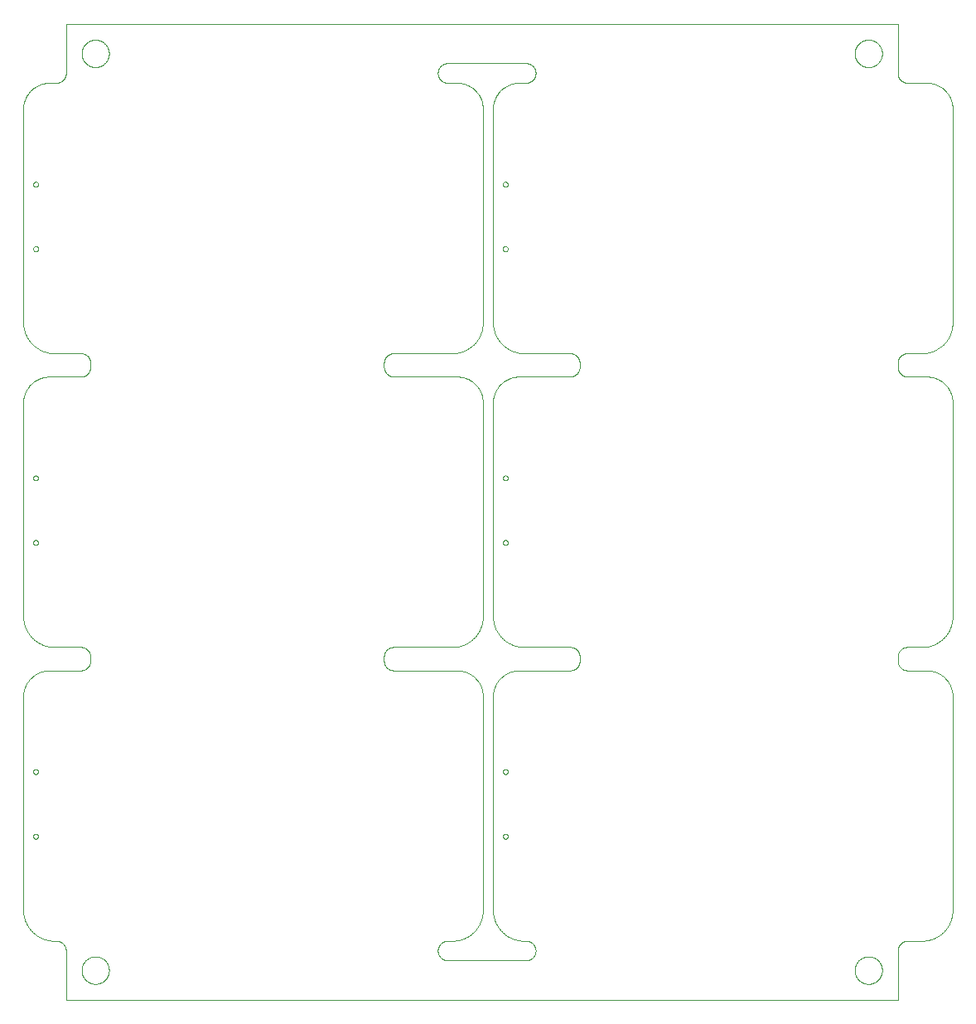
<source format=gbp>
G04 EAGLE Gerber X2 export*
%TF.Part,Single*%
%TF.FileFunction,Other,Solder paste bottom*%
%TF.FilePolarity,Positive*%
%TF.GenerationSoftware,Autodesk,EAGLE,9.1.3*%
%TF.CreationDate,2019-01-27T15:07:07Z*%
G75*
%MOMM*%
%FSLAX34Y34*%
%LPD*%
%AMOC8*
5,1,8,0,0,1.08239X$1,22.5*%
G01*
%ADD10C,0.000000*%


D10*
X6350Y249424D02*
X6350Y31750D01*
X6359Y30983D01*
X6387Y30216D01*
X6433Y29450D01*
X6498Y28686D01*
X6581Y27923D01*
X6683Y27162D01*
X6803Y26405D01*
X6941Y25650D01*
X7098Y24899D01*
X7273Y24152D01*
X7465Y23409D01*
X7676Y22671D01*
X7904Y21939D01*
X8150Y21212D01*
X8413Y20491D01*
X8694Y19777D01*
X8992Y19070D01*
X9307Y18371D01*
X9638Y17679D01*
X9987Y16995D01*
X10352Y16320D01*
X10732Y15654D01*
X11129Y14997D01*
X11542Y14351D01*
X11970Y13714D01*
X12414Y13088D01*
X12872Y12473D01*
X13345Y11869D01*
X13833Y11276D01*
X14335Y10696D01*
X14850Y10128D01*
X15380Y9572D01*
X15922Y9030D01*
X16478Y8500D01*
X17046Y7985D01*
X17626Y7483D01*
X18219Y6995D01*
X18823Y6522D01*
X19438Y6064D01*
X20064Y5620D01*
X20701Y5192D01*
X21347Y4779D01*
X22004Y4382D01*
X22670Y4002D01*
X23345Y3637D01*
X24029Y3288D01*
X24721Y2957D01*
X25420Y2642D01*
X26127Y2344D01*
X26841Y2063D01*
X27562Y1800D01*
X28289Y1554D01*
X29021Y1326D01*
X29759Y1115D01*
X30502Y923D01*
X31249Y748D01*
X32000Y591D01*
X32755Y453D01*
X33512Y333D01*
X34273Y231D01*
X35036Y148D01*
X35800Y83D01*
X36566Y37D01*
X37333Y9D01*
X38100Y0D01*
X444702Y0D02*
X445459Y9D01*
X446217Y37D01*
X446973Y82D01*
X447728Y146D01*
X448481Y229D01*
X449231Y329D01*
X449980Y447D01*
X450725Y584D01*
X451466Y739D01*
X452204Y911D01*
X452937Y1101D01*
X453666Y1309D01*
X454389Y1534D01*
X455107Y1777D01*
X455818Y2037D01*
X456523Y2314D01*
X457221Y2608D01*
X457912Y2919D01*
X458595Y3247D01*
X459270Y3591D01*
X459937Y3951D01*
X460594Y4327D01*
X461242Y4719D01*
X461881Y5126D01*
X462510Y5549D01*
X463128Y5987D01*
X463735Y6440D01*
X464332Y6907D01*
X464917Y7388D01*
X465490Y7884D01*
X466050Y8393D01*
X466599Y8915D01*
X467135Y9451D01*
X467657Y10000D01*
X468166Y10560D01*
X468662Y11133D01*
X469143Y11718D01*
X469610Y12315D01*
X470063Y12922D01*
X470501Y13540D01*
X470924Y14169D01*
X471331Y14808D01*
X471723Y15456D01*
X472099Y16113D01*
X472459Y16780D01*
X472803Y17455D01*
X473131Y18138D01*
X473442Y18829D01*
X473736Y19527D01*
X474013Y20232D01*
X474273Y20943D01*
X474516Y21661D01*
X474741Y22384D01*
X474949Y23113D01*
X475139Y23846D01*
X475311Y24584D01*
X475466Y25325D01*
X475603Y26070D01*
X475721Y26819D01*
X475821Y27569D01*
X475904Y28322D01*
X475968Y29077D01*
X476013Y29833D01*
X476041Y30591D01*
X476050Y31348D01*
X476050Y249797D01*
X476042Y250433D01*
X476019Y251068D01*
X475981Y251702D01*
X475927Y252336D01*
X475858Y252967D01*
X475774Y253597D01*
X475675Y254225D01*
X475560Y254851D01*
X475430Y255473D01*
X475286Y256092D01*
X475126Y256707D01*
X474952Y257318D01*
X474763Y257925D01*
X474559Y258527D01*
X474341Y259124D01*
X474108Y259716D01*
X473861Y260301D01*
X473601Y260881D01*
X473326Y261454D01*
X473037Y262021D01*
X472735Y262580D01*
X472419Y263132D01*
X472091Y263676D01*
X471749Y264211D01*
X471394Y264739D01*
X471027Y265258D01*
X470647Y265767D01*
X470255Y266268D01*
X469851Y266758D01*
X469435Y267239D01*
X469008Y267710D01*
X468569Y268170D01*
X468120Y268619D01*
X467660Y269058D01*
X467189Y269485D01*
X466708Y269901D01*
X466218Y270305D01*
X465717Y270697D01*
X465208Y271077D01*
X464689Y271444D01*
X464161Y271799D01*
X463626Y272141D01*
X463082Y272469D01*
X462530Y272785D01*
X461971Y273087D01*
X461404Y273376D01*
X460831Y273651D01*
X460251Y273911D01*
X459666Y274158D01*
X459074Y274391D01*
X458477Y274609D01*
X457875Y274813D01*
X457268Y275002D01*
X456657Y275176D01*
X456042Y275336D01*
X455423Y275480D01*
X454801Y275610D01*
X454175Y275725D01*
X453547Y275824D01*
X452917Y275908D01*
X452286Y275977D01*
X451652Y276031D01*
X451018Y276069D01*
X450383Y276092D01*
X449747Y276100D01*
X33026Y276100D02*
X32381Y276092D01*
X31737Y276069D01*
X31094Y276030D01*
X30451Y275975D01*
X29811Y275906D01*
X29172Y275820D01*
X28535Y275719D01*
X27901Y275603D01*
X27270Y275472D01*
X26642Y275325D01*
X26018Y275163D01*
X25398Y274986D01*
X24783Y274794D01*
X24172Y274588D01*
X23567Y274366D01*
X22967Y274131D01*
X22373Y273880D01*
X21785Y273616D01*
X21203Y273337D01*
X20629Y273044D01*
X20062Y272738D01*
X19502Y272418D01*
X18951Y272084D01*
X18407Y271738D01*
X17872Y271378D01*
X17346Y271005D01*
X16829Y270620D01*
X16322Y270223D01*
X15824Y269813D01*
X15337Y269391D01*
X14859Y268958D01*
X14393Y268513D01*
X13937Y268057D01*
X13492Y267591D01*
X13059Y267113D01*
X12637Y266626D01*
X12227Y266128D01*
X11830Y265621D01*
X11445Y265104D01*
X11072Y264578D01*
X10712Y264043D01*
X10366Y263499D01*
X10032Y262948D01*
X9712Y262388D01*
X9406Y261821D01*
X9113Y261247D01*
X8834Y260665D01*
X8570Y260077D01*
X8319Y259483D01*
X8084Y258883D01*
X7862Y258278D01*
X7656Y257667D01*
X7464Y257052D01*
X7287Y256432D01*
X7125Y255808D01*
X6978Y255180D01*
X6847Y254549D01*
X6731Y253915D01*
X6630Y253278D01*
X6544Y252639D01*
X6475Y251999D01*
X6420Y251356D01*
X6381Y250713D01*
X6358Y250069D01*
X6350Y249424D01*
X6350Y331750D02*
X6350Y549424D01*
X6350Y331750D02*
X6359Y330983D01*
X6387Y330216D01*
X6433Y329450D01*
X6498Y328686D01*
X6581Y327923D01*
X6683Y327162D01*
X6803Y326405D01*
X6941Y325650D01*
X7098Y324899D01*
X7273Y324152D01*
X7465Y323409D01*
X7676Y322671D01*
X7904Y321939D01*
X8150Y321212D01*
X8413Y320491D01*
X8694Y319777D01*
X8992Y319070D01*
X9307Y318371D01*
X9638Y317679D01*
X9987Y316995D01*
X10352Y316320D01*
X10732Y315654D01*
X11129Y314997D01*
X11542Y314351D01*
X11970Y313714D01*
X12414Y313088D01*
X12872Y312473D01*
X13345Y311869D01*
X13833Y311276D01*
X14335Y310696D01*
X14850Y310128D01*
X15380Y309572D01*
X15922Y309030D01*
X16478Y308500D01*
X17046Y307985D01*
X17626Y307483D01*
X18219Y306995D01*
X18823Y306522D01*
X19438Y306064D01*
X20064Y305620D01*
X20701Y305192D01*
X21347Y304779D01*
X22004Y304382D01*
X22670Y304002D01*
X23345Y303637D01*
X24029Y303288D01*
X24721Y302957D01*
X25420Y302642D01*
X26127Y302344D01*
X26841Y302063D01*
X27562Y301800D01*
X28289Y301554D01*
X29021Y301326D01*
X29759Y301115D01*
X30502Y300923D01*
X31249Y300748D01*
X32000Y300591D01*
X32755Y300453D01*
X33512Y300333D01*
X34273Y300231D01*
X35036Y300148D01*
X35800Y300083D01*
X36566Y300037D01*
X37333Y300009D01*
X38100Y300000D01*
X444702Y300000D02*
X445459Y300009D01*
X446217Y300037D01*
X446973Y300082D01*
X447728Y300146D01*
X448481Y300229D01*
X449231Y300329D01*
X449980Y300447D01*
X450725Y300584D01*
X451466Y300739D01*
X452204Y300911D01*
X452937Y301101D01*
X453666Y301309D01*
X454389Y301534D01*
X455107Y301777D01*
X455818Y302037D01*
X456523Y302314D01*
X457221Y302608D01*
X457912Y302919D01*
X458595Y303247D01*
X459270Y303591D01*
X459937Y303951D01*
X460594Y304327D01*
X461242Y304719D01*
X461881Y305126D01*
X462510Y305549D01*
X463128Y305987D01*
X463735Y306440D01*
X464332Y306907D01*
X464917Y307388D01*
X465490Y307884D01*
X466050Y308393D01*
X466599Y308915D01*
X467135Y309451D01*
X467657Y310000D01*
X468166Y310560D01*
X468662Y311133D01*
X469143Y311718D01*
X469610Y312315D01*
X470063Y312922D01*
X470501Y313540D01*
X470924Y314169D01*
X471331Y314808D01*
X471723Y315456D01*
X472099Y316113D01*
X472459Y316780D01*
X472803Y317455D01*
X473131Y318138D01*
X473442Y318829D01*
X473736Y319527D01*
X474013Y320232D01*
X474273Y320943D01*
X474516Y321661D01*
X474741Y322384D01*
X474949Y323113D01*
X475139Y323846D01*
X475311Y324584D01*
X475466Y325325D01*
X475603Y326070D01*
X475721Y326819D01*
X475821Y327569D01*
X475904Y328322D01*
X475968Y329077D01*
X476013Y329833D01*
X476041Y330591D01*
X476050Y331348D01*
X476050Y549797D01*
X476042Y550433D01*
X476019Y551068D01*
X475981Y551702D01*
X475927Y552336D01*
X475858Y552967D01*
X475774Y553597D01*
X475675Y554225D01*
X475560Y554851D01*
X475430Y555473D01*
X475286Y556092D01*
X475126Y556707D01*
X474952Y557318D01*
X474763Y557925D01*
X474559Y558527D01*
X474341Y559124D01*
X474108Y559716D01*
X473861Y560301D01*
X473601Y560881D01*
X473326Y561454D01*
X473037Y562021D01*
X472735Y562580D01*
X472419Y563132D01*
X472091Y563676D01*
X471749Y564211D01*
X471394Y564739D01*
X471027Y565258D01*
X470647Y565767D01*
X470255Y566268D01*
X469851Y566758D01*
X469435Y567239D01*
X469008Y567710D01*
X468569Y568170D01*
X468120Y568619D01*
X467660Y569058D01*
X467189Y569485D01*
X466708Y569901D01*
X466218Y570305D01*
X465717Y570697D01*
X465208Y571077D01*
X464689Y571444D01*
X464161Y571799D01*
X463626Y572141D01*
X463082Y572469D01*
X462530Y572785D01*
X461971Y573087D01*
X461404Y573376D01*
X460831Y573651D01*
X460251Y573911D01*
X459666Y574158D01*
X459074Y574391D01*
X458477Y574609D01*
X457875Y574813D01*
X457268Y575002D01*
X456657Y575176D01*
X456042Y575336D01*
X455423Y575480D01*
X454801Y575610D01*
X454175Y575725D01*
X453547Y575824D01*
X452917Y575908D01*
X452286Y575977D01*
X451652Y576031D01*
X451018Y576069D01*
X450383Y576092D01*
X449747Y576100D01*
X33026Y576100D02*
X32381Y576092D01*
X31737Y576069D01*
X31094Y576030D01*
X30451Y575975D01*
X29811Y575906D01*
X29172Y575820D01*
X28535Y575719D01*
X27901Y575603D01*
X27270Y575472D01*
X26642Y575325D01*
X26018Y575163D01*
X25398Y574986D01*
X24783Y574794D01*
X24172Y574588D01*
X23567Y574366D01*
X22967Y574131D01*
X22373Y573880D01*
X21785Y573616D01*
X21203Y573337D01*
X20629Y573044D01*
X20062Y572738D01*
X19502Y572418D01*
X18951Y572084D01*
X18407Y571738D01*
X17872Y571378D01*
X17346Y571005D01*
X16829Y570620D01*
X16322Y570223D01*
X15824Y569813D01*
X15337Y569391D01*
X14859Y568958D01*
X14393Y568513D01*
X13937Y568057D01*
X13492Y567591D01*
X13059Y567113D01*
X12637Y566626D01*
X12227Y566128D01*
X11830Y565621D01*
X11445Y565104D01*
X11072Y564578D01*
X10712Y564043D01*
X10366Y563499D01*
X10032Y562948D01*
X9712Y562388D01*
X9406Y561821D01*
X9113Y561247D01*
X8834Y560665D01*
X8570Y560077D01*
X8319Y559483D01*
X8084Y558883D01*
X7862Y558278D01*
X7656Y557667D01*
X7464Y557052D01*
X7287Y556432D01*
X7125Y555808D01*
X6978Y555180D01*
X6847Y554549D01*
X6731Y553915D01*
X6630Y553278D01*
X6544Y552639D01*
X6475Y551999D01*
X6420Y551356D01*
X6381Y550713D01*
X6358Y550069D01*
X6350Y549424D01*
X6350Y631750D02*
X6350Y849424D01*
X6350Y631750D02*
X6359Y630983D01*
X6387Y630216D01*
X6433Y629450D01*
X6498Y628686D01*
X6581Y627923D01*
X6683Y627162D01*
X6803Y626405D01*
X6941Y625650D01*
X7098Y624899D01*
X7273Y624152D01*
X7465Y623409D01*
X7676Y622671D01*
X7904Y621939D01*
X8150Y621212D01*
X8413Y620491D01*
X8694Y619777D01*
X8992Y619070D01*
X9307Y618371D01*
X9638Y617679D01*
X9987Y616995D01*
X10352Y616320D01*
X10732Y615654D01*
X11129Y614997D01*
X11542Y614351D01*
X11970Y613714D01*
X12414Y613088D01*
X12872Y612473D01*
X13345Y611869D01*
X13833Y611276D01*
X14335Y610696D01*
X14850Y610128D01*
X15380Y609572D01*
X15922Y609030D01*
X16478Y608500D01*
X17046Y607985D01*
X17626Y607483D01*
X18219Y606995D01*
X18823Y606522D01*
X19438Y606064D01*
X20064Y605620D01*
X20701Y605192D01*
X21347Y604779D01*
X22004Y604382D01*
X22670Y604002D01*
X23345Y603637D01*
X24029Y603288D01*
X24721Y602957D01*
X25420Y602642D01*
X26127Y602344D01*
X26841Y602063D01*
X27562Y601800D01*
X28289Y601554D01*
X29021Y601326D01*
X29759Y601115D01*
X30502Y600923D01*
X31249Y600748D01*
X32000Y600591D01*
X32755Y600453D01*
X33512Y600333D01*
X34273Y600231D01*
X35036Y600148D01*
X35800Y600083D01*
X36566Y600037D01*
X37333Y600009D01*
X38100Y600000D01*
X444702Y600000D02*
X445459Y600009D01*
X446217Y600037D01*
X446973Y600082D01*
X447728Y600146D01*
X448481Y600229D01*
X449231Y600329D01*
X449980Y600447D01*
X450725Y600584D01*
X451466Y600739D01*
X452204Y600911D01*
X452937Y601101D01*
X453666Y601309D01*
X454389Y601534D01*
X455107Y601777D01*
X455818Y602037D01*
X456523Y602314D01*
X457221Y602608D01*
X457912Y602919D01*
X458595Y603247D01*
X459270Y603591D01*
X459937Y603951D01*
X460594Y604327D01*
X461242Y604719D01*
X461881Y605126D01*
X462510Y605549D01*
X463128Y605987D01*
X463735Y606440D01*
X464332Y606907D01*
X464917Y607388D01*
X465490Y607884D01*
X466050Y608393D01*
X466599Y608915D01*
X467135Y609451D01*
X467657Y610000D01*
X468166Y610560D01*
X468662Y611133D01*
X469143Y611718D01*
X469610Y612315D01*
X470063Y612922D01*
X470501Y613540D01*
X470924Y614169D01*
X471331Y614808D01*
X471723Y615456D01*
X472099Y616113D01*
X472459Y616780D01*
X472803Y617455D01*
X473131Y618138D01*
X473442Y618829D01*
X473736Y619527D01*
X474013Y620232D01*
X474273Y620943D01*
X474516Y621661D01*
X474741Y622384D01*
X474949Y623113D01*
X475139Y623846D01*
X475311Y624584D01*
X475466Y625325D01*
X475603Y626070D01*
X475721Y626819D01*
X475821Y627569D01*
X475904Y628322D01*
X475968Y629077D01*
X476013Y629833D01*
X476041Y630591D01*
X476050Y631348D01*
X476050Y849797D01*
X476042Y850433D01*
X476019Y851068D01*
X475981Y851702D01*
X475927Y852336D01*
X475858Y852967D01*
X475774Y853597D01*
X475675Y854225D01*
X475560Y854851D01*
X475430Y855473D01*
X475286Y856092D01*
X475126Y856707D01*
X474952Y857318D01*
X474763Y857925D01*
X474559Y858527D01*
X474341Y859124D01*
X474108Y859716D01*
X473861Y860301D01*
X473601Y860881D01*
X473326Y861454D01*
X473037Y862021D01*
X472735Y862580D01*
X472419Y863132D01*
X472091Y863676D01*
X471749Y864211D01*
X471394Y864739D01*
X471027Y865258D01*
X470647Y865767D01*
X470255Y866268D01*
X469851Y866758D01*
X469435Y867239D01*
X469008Y867710D01*
X468569Y868170D01*
X468120Y868619D01*
X467660Y869058D01*
X467189Y869485D01*
X466708Y869901D01*
X466218Y870305D01*
X465717Y870697D01*
X465208Y871077D01*
X464689Y871444D01*
X464161Y871799D01*
X463626Y872141D01*
X463082Y872469D01*
X462530Y872785D01*
X461971Y873087D01*
X461404Y873376D01*
X460831Y873651D01*
X460251Y873911D01*
X459666Y874158D01*
X459074Y874391D01*
X458477Y874609D01*
X457875Y874813D01*
X457268Y875002D01*
X456657Y875176D01*
X456042Y875336D01*
X455423Y875480D01*
X454801Y875610D01*
X454175Y875725D01*
X453547Y875824D01*
X452917Y875908D01*
X452286Y875977D01*
X451652Y876031D01*
X451018Y876069D01*
X450383Y876092D01*
X449747Y876100D01*
X33026Y876100D02*
X32381Y876092D01*
X31737Y876069D01*
X31094Y876030D01*
X30451Y875975D01*
X29811Y875906D01*
X29172Y875820D01*
X28535Y875719D01*
X27901Y875603D01*
X27270Y875472D01*
X26642Y875325D01*
X26018Y875163D01*
X25398Y874986D01*
X24783Y874794D01*
X24172Y874588D01*
X23567Y874366D01*
X22967Y874131D01*
X22373Y873880D01*
X21785Y873616D01*
X21203Y873337D01*
X20629Y873044D01*
X20062Y872738D01*
X19502Y872418D01*
X18951Y872084D01*
X18407Y871738D01*
X17872Y871378D01*
X17346Y871005D01*
X16829Y870620D01*
X16322Y870223D01*
X15824Y869813D01*
X15337Y869391D01*
X14859Y868958D01*
X14393Y868513D01*
X13937Y868057D01*
X13492Y867591D01*
X13059Y867113D01*
X12637Y866626D01*
X12227Y866128D01*
X11830Y865621D01*
X11445Y865104D01*
X11072Y864578D01*
X10712Y864043D01*
X10366Y863499D01*
X10032Y862948D01*
X9712Y862388D01*
X9406Y861821D01*
X9113Y861247D01*
X8834Y860665D01*
X8570Y860077D01*
X8319Y859483D01*
X8084Y858883D01*
X7862Y858278D01*
X7656Y857667D01*
X7464Y857052D01*
X7287Y856432D01*
X7125Y855808D01*
X6978Y855180D01*
X6847Y854549D01*
X6731Y853915D01*
X6630Y853278D01*
X6544Y852639D01*
X6475Y851999D01*
X6420Y851356D01*
X6381Y850713D01*
X6358Y850069D01*
X6350Y849424D01*
X486350Y249424D02*
X486350Y31750D01*
X486359Y30983D01*
X486387Y30216D01*
X486433Y29450D01*
X486498Y28686D01*
X486581Y27923D01*
X486683Y27162D01*
X486803Y26405D01*
X486941Y25650D01*
X487098Y24899D01*
X487273Y24152D01*
X487465Y23409D01*
X487676Y22671D01*
X487904Y21939D01*
X488150Y21212D01*
X488413Y20491D01*
X488694Y19777D01*
X488992Y19070D01*
X489307Y18371D01*
X489638Y17679D01*
X489987Y16995D01*
X490352Y16320D01*
X490732Y15654D01*
X491129Y14997D01*
X491542Y14351D01*
X491970Y13714D01*
X492414Y13088D01*
X492872Y12473D01*
X493345Y11869D01*
X493833Y11276D01*
X494335Y10696D01*
X494850Y10128D01*
X495380Y9572D01*
X495922Y9030D01*
X496478Y8500D01*
X497046Y7985D01*
X497626Y7483D01*
X498219Y6995D01*
X498823Y6522D01*
X499438Y6064D01*
X500064Y5620D01*
X500701Y5192D01*
X501347Y4779D01*
X502004Y4382D01*
X502670Y4002D01*
X503345Y3637D01*
X504029Y3288D01*
X504721Y2957D01*
X505420Y2642D01*
X506127Y2344D01*
X506841Y2063D01*
X507562Y1800D01*
X508289Y1554D01*
X509021Y1326D01*
X509759Y1115D01*
X510502Y923D01*
X511249Y748D01*
X512000Y591D01*
X512755Y453D01*
X513512Y333D01*
X514273Y231D01*
X515036Y148D01*
X515800Y83D01*
X516566Y37D01*
X517333Y9D01*
X518100Y0D01*
X924702Y0D02*
X925459Y9D01*
X926217Y37D01*
X926973Y82D01*
X927728Y146D01*
X928481Y229D01*
X929231Y329D01*
X929980Y447D01*
X930725Y584D01*
X931466Y739D01*
X932204Y911D01*
X932937Y1101D01*
X933666Y1309D01*
X934389Y1534D01*
X935107Y1777D01*
X935818Y2037D01*
X936523Y2314D01*
X937221Y2608D01*
X937912Y2919D01*
X938595Y3247D01*
X939270Y3591D01*
X939937Y3951D01*
X940594Y4327D01*
X941242Y4719D01*
X941881Y5126D01*
X942510Y5549D01*
X943128Y5987D01*
X943735Y6440D01*
X944332Y6907D01*
X944917Y7388D01*
X945490Y7884D01*
X946050Y8393D01*
X946599Y8915D01*
X947135Y9451D01*
X947657Y10000D01*
X948166Y10560D01*
X948662Y11133D01*
X949143Y11718D01*
X949610Y12315D01*
X950063Y12922D01*
X950501Y13540D01*
X950924Y14169D01*
X951331Y14808D01*
X951723Y15456D01*
X952099Y16113D01*
X952459Y16780D01*
X952803Y17455D01*
X953131Y18138D01*
X953442Y18829D01*
X953736Y19527D01*
X954013Y20232D01*
X954273Y20943D01*
X954516Y21661D01*
X954741Y22384D01*
X954949Y23113D01*
X955139Y23846D01*
X955311Y24584D01*
X955466Y25325D01*
X955603Y26070D01*
X955721Y26819D01*
X955821Y27569D01*
X955904Y28322D01*
X955968Y29077D01*
X956013Y29833D01*
X956041Y30591D01*
X956050Y31348D01*
X956050Y249797D01*
X956042Y250433D01*
X956019Y251068D01*
X955981Y251702D01*
X955927Y252336D01*
X955858Y252967D01*
X955774Y253597D01*
X955675Y254225D01*
X955560Y254851D01*
X955430Y255473D01*
X955286Y256092D01*
X955126Y256707D01*
X954952Y257318D01*
X954763Y257925D01*
X954559Y258527D01*
X954341Y259124D01*
X954108Y259716D01*
X953861Y260301D01*
X953601Y260881D01*
X953326Y261454D01*
X953037Y262021D01*
X952735Y262580D01*
X952419Y263132D01*
X952091Y263676D01*
X951749Y264211D01*
X951394Y264739D01*
X951027Y265258D01*
X950647Y265767D01*
X950255Y266268D01*
X949851Y266758D01*
X949435Y267239D01*
X949008Y267710D01*
X948569Y268170D01*
X948120Y268619D01*
X947660Y269058D01*
X947189Y269485D01*
X946708Y269901D01*
X946218Y270305D01*
X945717Y270697D01*
X945208Y271077D01*
X944689Y271444D01*
X944161Y271799D01*
X943626Y272141D01*
X943082Y272469D01*
X942530Y272785D01*
X941971Y273087D01*
X941404Y273376D01*
X940831Y273651D01*
X940251Y273911D01*
X939666Y274158D01*
X939074Y274391D01*
X938477Y274609D01*
X937875Y274813D01*
X937268Y275002D01*
X936657Y275176D01*
X936042Y275336D01*
X935423Y275480D01*
X934801Y275610D01*
X934175Y275725D01*
X933547Y275824D01*
X932917Y275908D01*
X932286Y275977D01*
X931652Y276031D01*
X931018Y276069D01*
X930383Y276092D01*
X929747Y276100D01*
X513026Y276100D02*
X512381Y276092D01*
X511737Y276069D01*
X511094Y276030D01*
X510451Y275975D01*
X509811Y275906D01*
X509172Y275820D01*
X508535Y275719D01*
X507901Y275603D01*
X507270Y275472D01*
X506642Y275325D01*
X506018Y275163D01*
X505398Y274986D01*
X504783Y274794D01*
X504172Y274588D01*
X503567Y274366D01*
X502967Y274131D01*
X502373Y273880D01*
X501785Y273616D01*
X501203Y273337D01*
X500629Y273044D01*
X500062Y272738D01*
X499502Y272418D01*
X498951Y272084D01*
X498407Y271738D01*
X497872Y271378D01*
X497346Y271005D01*
X496829Y270620D01*
X496322Y270223D01*
X495824Y269813D01*
X495337Y269391D01*
X494859Y268958D01*
X494393Y268513D01*
X493937Y268057D01*
X493492Y267591D01*
X493059Y267113D01*
X492637Y266626D01*
X492227Y266128D01*
X491830Y265621D01*
X491445Y265104D01*
X491072Y264578D01*
X490712Y264043D01*
X490366Y263499D01*
X490032Y262948D01*
X489712Y262388D01*
X489406Y261821D01*
X489113Y261247D01*
X488834Y260665D01*
X488570Y260077D01*
X488319Y259483D01*
X488084Y258883D01*
X487862Y258278D01*
X487656Y257667D01*
X487464Y257052D01*
X487287Y256432D01*
X487125Y255808D01*
X486978Y255180D01*
X486847Y254549D01*
X486731Y253915D01*
X486630Y253278D01*
X486544Y252639D01*
X486475Y251999D01*
X486420Y251356D01*
X486381Y250713D01*
X486358Y250069D01*
X486350Y249424D01*
X486350Y331750D02*
X486350Y549424D01*
X486350Y331750D02*
X486359Y330983D01*
X486387Y330216D01*
X486433Y329450D01*
X486498Y328686D01*
X486581Y327923D01*
X486683Y327162D01*
X486803Y326405D01*
X486941Y325650D01*
X487098Y324899D01*
X487273Y324152D01*
X487465Y323409D01*
X487676Y322671D01*
X487904Y321939D01*
X488150Y321212D01*
X488413Y320491D01*
X488694Y319777D01*
X488992Y319070D01*
X489307Y318371D01*
X489638Y317679D01*
X489987Y316995D01*
X490352Y316320D01*
X490732Y315654D01*
X491129Y314997D01*
X491542Y314351D01*
X491970Y313714D01*
X492414Y313088D01*
X492872Y312473D01*
X493345Y311869D01*
X493833Y311276D01*
X494335Y310696D01*
X494850Y310128D01*
X495380Y309572D01*
X495922Y309030D01*
X496478Y308500D01*
X497046Y307985D01*
X497626Y307483D01*
X498219Y306995D01*
X498823Y306522D01*
X499438Y306064D01*
X500064Y305620D01*
X500701Y305192D01*
X501347Y304779D01*
X502004Y304382D01*
X502670Y304002D01*
X503345Y303637D01*
X504029Y303288D01*
X504721Y302957D01*
X505420Y302642D01*
X506127Y302344D01*
X506841Y302063D01*
X507562Y301800D01*
X508289Y301554D01*
X509021Y301326D01*
X509759Y301115D01*
X510502Y300923D01*
X511249Y300748D01*
X512000Y300591D01*
X512755Y300453D01*
X513512Y300333D01*
X514273Y300231D01*
X515036Y300148D01*
X515800Y300083D01*
X516566Y300037D01*
X517333Y300009D01*
X518100Y300000D01*
X924702Y300000D02*
X925459Y300009D01*
X926217Y300037D01*
X926973Y300082D01*
X927728Y300146D01*
X928481Y300229D01*
X929231Y300329D01*
X929980Y300447D01*
X930725Y300584D01*
X931466Y300739D01*
X932204Y300911D01*
X932937Y301101D01*
X933666Y301309D01*
X934389Y301534D01*
X935107Y301777D01*
X935818Y302037D01*
X936523Y302314D01*
X937221Y302608D01*
X937912Y302919D01*
X938595Y303247D01*
X939270Y303591D01*
X939937Y303951D01*
X940594Y304327D01*
X941242Y304719D01*
X941881Y305126D01*
X942510Y305549D01*
X943128Y305987D01*
X943735Y306440D01*
X944332Y306907D01*
X944917Y307388D01*
X945490Y307884D01*
X946050Y308393D01*
X946599Y308915D01*
X947135Y309451D01*
X947657Y310000D01*
X948166Y310560D01*
X948662Y311133D01*
X949143Y311718D01*
X949610Y312315D01*
X950063Y312922D01*
X950501Y313540D01*
X950924Y314169D01*
X951331Y314808D01*
X951723Y315456D01*
X952099Y316113D01*
X952459Y316780D01*
X952803Y317455D01*
X953131Y318138D01*
X953442Y318829D01*
X953736Y319527D01*
X954013Y320232D01*
X954273Y320943D01*
X954516Y321661D01*
X954741Y322384D01*
X954949Y323113D01*
X955139Y323846D01*
X955311Y324584D01*
X955466Y325325D01*
X955603Y326070D01*
X955721Y326819D01*
X955821Y327569D01*
X955904Y328322D01*
X955968Y329077D01*
X956013Y329833D01*
X956041Y330591D01*
X956050Y331348D01*
X956050Y549797D01*
X956042Y550433D01*
X956019Y551068D01*
X955981Y551702D01*
X955927Y552336D01*
X955858Y552967D01*
X955774Y553597D01*
X955675Y554225D01*
X955560Y554851D01*
X955430Y555473D01*
X955286Y556092D01*
X955126Y556707D01*
X954952Y557318D01*
X954763Y557925D01*
X954559Y558527D01*
X954341Y559124D01*
X954108Y559716D01*
X953861Y560301D01*
X953601Y560881D01*
X953326Y561454D01*
X953037Y562021D01*
X952735Y562580D01*
X952419Y563132D01*
X952091Y563676D01*
X951749Y564211D01*
X951394Y564739D01*
X951027Y565258D01*
X950647Y565767D01*
X950255Y566268D01*
X949851Y566758D01*
X949435Y567239D01*
X949008Y567710D01*
X948569Y568170D01*
X948120Y568619D01*
X947660Y569058D01*
X947189Y569485D01*
X946708Y569901D01*
X946218Y570305D01*
X945717Y570697D01*
X945208Y571077D01*
X944689Y571444D01*
X944161Y571799D01*
X943626Y572141D01*
X943082Y572469D01*
X942530Y572785D01*
X941971Y573087D01*
X941404Y573376D01*
X940831Y573651D01*
X940251Y573911D01*
X939666Y574158D01*
X939074Y574391D01*
X938477Y574609D01*
X937875Y574813D01*
X937268Y575002D01*
X936657Y575176D01*
X936042Y575336D01*
X935423Y575480D01*
X934801Y575610D01*
X934175Y575725D01*
X933547Y575824D01*
X932917Y575908D01*
X932286Y575977D01*
X931652Y576031D01*
X931018Y576069D01*
X930383Y576092D01*
X929747Y576100D01*
X513026Y576100D02*
X512381Y576092D01*
X511737Y576069D01*
X511094Y576030D01*
X510451Y575975D01*
X509811Y575906D01*
X509172Y575820D01*
X508535Y575719D01*
X507901Y575603D01*
X507270Y575472D01*
X506642Y575325D01*
X506018Y575163D01*
X505398Y574986D01*
X504783Y574794D01*
X504172Y574588D01*
X503567Y574366D01*
X502967Y574131D01*
X502373Y573880D01*
X501785Y573616D01*
X501203Y573337D01*
X500629Y573044D01*
X500062Y572738D01*
X499502Y572418D01*
X498951Y572084D01*
X498407Y571738D01*
X497872Y571378D01*
X497346Y571005D01*
X496829Y570620D01*
X496322Y570223D01*
X495824Y569813D01*
X495337Y569391D01*
X494859Y568958D01*
X494393Y568513D01*
X493937Y568057D01*
X493492Y567591D01*
X493059Y567113D01*
X492637Y566626D01*
X492227Y566128D01*
X491830Y565621D01*
X491445Y565104D01*
X491072Y564578D01*
X490712Y564043D01*
X490366Y563499D01*
X490032Y562948D01*
X489712Y562388D01*
X489406Y561821D01*
X489113Y561247D01*
X488834Y560665D01*
X488570Y560077D01*
X488319Y559483D01*
X488084Y558883D01*
X487862Y558278D01*
X487656Y557667D01*
X487464Y557052D01*
X487287Y556432D01*
X487125Y555808D01*
X486978Y555180D01*
X486847Y554549D01*
X486731Y553915D01*
X486630Y553278D01*
X486544Y552639D01*
X486475Y551999D01*
X486420Y551356D01*
X486381Y550713D01*
X486358Y550069D01*
X486350Y549424D01*
X486350Y631750D02*
X486350Y849424D01*
X486350Y631750D02*
X486359Y630983D01*
X486387Y630216D01*
X486433Y629450D01*
X486498Y628686D01*
X486581Y627923D01*
X486683Y627162D01*
X486803Y626405D01*
X486941Y625650D01*
X487098Y624899D01*
X487273Y624152D01*
X487465Y623409D01*
X487676Y622671D01*
X487904Y621939D01*
X488150Y621212D01*
X488413Y620491D01*
X488694Y619777D01*
X488992Y619070D01*
X489307Y618371D01*
X489638Y617679D01*
X489987Y616995D01*
X490352Y616320D01*
X490732Y615654D01*
X491129Y614997D01*
X491542Y614351D01*
X491970Y613714D01*
X492414Y613088D01*
X492872Y612473D01*
X493345Y611869D01*
X493833Y611276D01*
X494335Y610696D01*
X494850Y610128D01*
X495380Y609572D01*
X495922Y609030D01*
X496478Y608500D01*
X497046Y607985D01*
X497626Y607483D01*
X498219Y606995D01*
X498823Y606522D01*
X499438Y606064D01*
X500064Y605620D01*
X500701Y605192D01*
X501347Y604779D01*
X502004Y604382D01*
X502670Y604002D01*
X503345Y603637D01*
X504029Y603288D01*
X504721Y602957D01*
X505420Y602642D01*
X506127Y602344D01*
X506841Y602063D01*
X507562Y601800D01*
X508289Y601554D01*
X509021Y601326D01*
X509759Y601115D01*
X510502Y600923D01*
X511249Y600748D01*
X512000Y600591D01*
X512755Y600453D01*
X513512Y600333D01*
X514273Y600231D01*
X515036Y600148D01*
X515800Y600083D01*
X516566Y600037D01*
X517333Y600009D01*
X518100Y600000D01*
X924702Y600000D02*
X925459Y600009D01*
X926217Y600037D01*
X926973Y600082D01*
X927728Y600146D01*
X928481Y600229D01*
X929231Y600329D01*
X929980Y600447D01*
X930725Y600584D01*
X931466Y600739D01*
X932204Y600911D01*
X932937Y601101D01*
X933666Y601309D01*
X934389Y601534D01*
X935107Y601777D01*
X935818Y602037D01*
X936523Y602314D01*
X937221Y602608D01*
X937912Y602919D01*
X938595Y603247D01*
X939270Y603591D01*
X939937Y603951D01*
X940594Y604327D01*
X941242Y604719D01*
X941881Y605126D01*
X942510Y605549D01*
X943128Y605987D01*
X943735Y606440D01*
X944332Y606907D01*
X944917Y607388D01*
X945490Y607884D01*
X946050Y608393D01*
X946599Y608915D01*
X947135Y609451D01*
X947657Y610000D01*
X948166Y610560D01*
X948662Y611133D01*
X949143Y611718D01*
X949610Y612315D01*
X950063Y612922D01*
X950501Y613540D01*
X950924Y614169D01*
X951331Y614808D01*
X951723Y615456D01*
X952099Y616113D01*
X952459Y616780D01*
X952803Y617455D01*
X953131Y618138D01*
X953442Y618829D01*
X953736Y619527D01*
X954013Y620232D01*
X954273Y620943D01*
X954516Y621661D01*
X954741Y622384D01*
X954949Y623113D01*
X955139Y623846D01*
X955311Y624584D01*
X955466Y625325D01*
X955603Y626070D01*
X955721Y626819D01*
X955821Y627569D01*
X955904Y628322D01*
X955968Y629077D01*
X956013Y629833D01*
X956041Y630591D01*
X956050Y631348D01*
X956050Y849797D01*
X956042Y850433D01*
X956019Y851068D01*
X955981Y851702D01*
X955927Y852336D01*
X955858Y852967D01*
X955774Y853597D01*
X955675Y854225D01*
X955560Y854851D01*
X955430Y855473D01*
X955286Y856092D01*
X955126Y856707D01*
X954952Y857318D01*
X954763Y857925D01*
X954559Y858527D01*
X954341Y859124D01*
X954108Y859716D01*
X953861Y860301D01*
X953601Y860881D01*
X953326Y861454D01*
X953037Y862021D01*
X952735Y862580D01*
X952419Y863132D01*
X952091Y863676D01*
X951749Y864211D01*
X951394Y864739D01*
X951027Y865258D01*
X950647Y865767D01*
X950255Y866268D01*
X949851Y866758D01*
X949435Y867239D01*
X949008Y867710D01*
X948569Y868170D01*
X948120Y868619D01*
X947660Y869058D01*
X947189Y869485D01*
X946708Y869901D01*
X946218Y870305D01*
X945717Y870697D01*
X945208Y871077D01*
X944689Y871444D01*
X944161Y871799D01*
X943626Y872141D01*
X943082Y872469D01*
X942530Y872785D01*
X941971Y873087D01*
X941404Y873376D01*
X940831Y873651D01*
X940251Y873911D01*
X939666Y874158D01*
X939074Y874391D01*
X938477Y874609D01*
X937875Y874813D01*
X937268Y875002D01*
X936657Y875176D01*
X936042Y875336D01*
X935423Y875480D01*
X934801Y875610D01*
X934175Y875725D01*
X933547Y875824D01*
X932917Y875908D01*
X932286Y875977D01*
X931652Y876031D01*
X931018Y876069D01*
X930383Y876092D01*
X929747Y876100D01*
X513026Y876100D02*
X512381Y876092D01*
X511737Y876069D01*
X511094Y876030D01*
X510451Y875975D01*
X509811Y875906D01*
X509172Y875820D01*
X508535Y875719D01*
X507901Y875603D01*
X507270Y875472D01*
X506642Y875325D01*
X506018Y875163D01*
X505398Y874986D01*
X504783Y874794D01*
X504172Y874588D01*
X503567Y874366D01*
X502967Y874131D01*
X502373Y873880D01*
X501785Y873616D01*
X501203Y873337D01*
X500629Y873044D01*
X500062Y872738D01*
X499502Y872418D01*
X498951Y872084D01*
X498407Y871738D01*
X497872Y871378D01*
X497346Y871005D01*
X496829Y870620D01*
X496322Y870223D01*
X495824Y869813D01*
X495337Y869391D01*
X494859Y868958D01*
X494393Y868513D01*
X493937Y868057D01*
X493492Y867591D01*
X493059Y867113D01*
X492637Y866626D01*
X492227Y866128D01*
X491830Y865621D01*
X491445Y865104D01*
X491072Y864578D01*
X490712Y864043D01*
X490366Y863499D01*
X490032Y862948D01*
X489712Y862388D01*
X489406Y861821D01*
X489113Y861247D01*
X488834Y860665D01*
X488570Y860077D01*
X488319Y859483D01*
X488084Y858883D01*
X487862Y858278D01*
X487656Y857667D01*
X487464Y857052D01*
X487287Y856432D01*
X487125Y855808D01*
X486978Y855180D01*
X486847Y854549D01*
X486731Y853915D01*
X486630Y853278D01*
X486544Y852639D01*
X486475Y851999D01*
X486420Y851356D01*
X486381Y850713D01*
X486358Y850069D01*
X486350Y849424D01*
X900000Y936100D02*
X50000Y936100D01*
X50000Y-60000D02*
X900000Y-60000D01*
X50000Y886100D02*
X50000Y936100D01*
X50000Y886100D02*
X49997Y885858D01*
X49988Y885617D01*
X49974Y885376D01*
X49953Y885135D01*
X49927Y884895D01*
X49895Y884655D01*
X49857Y884416D01*
X49814Y884179D01*
X49764Y883942D01*
X49709Y883707D01*
X49649Y883473D01*
X49582Y883241D01*
X49511Y883010D01*
X49433Y882781D01*
X49350Y882554D01*
X49262Y882329D01*
X49168Y882106D01*
X49069Y881886D01*
X48964Y881668D01*
X48855Y881453D01*
X48740Y881240D01*
X48620Y881030D01*
X48495Y880824D01*
X48365Y880620D01*
X48230Y880419D01*
X48090Y880222D01*
X47946Y880028D01*
X47797Y879838D01*
X47643Y879652D01*
X47485Y879469D01*
X47323Y879290D01*
X47156Y879115D01*
X46985Y878944D01*
X46810Y878777D01*
X46631Y878615D01*
X46448Y878457D01*
X46262Y878303D01*
X46072Y878154D01*
X45878Y878010D01*
X45681Y877870D01*
X45480Y877735D01*
X45276Y877605D01*
X45070Y877480D01*
X44860Y877360D01*
X44647Y877245D01*
X44432Y877136D01*
X44214Y877031D01*
X43994Y876932D01*
X43771Y876838D01*
X43546Y876750D01*
X43319Y876667D01*
X43090Y876589D01*
X42859Y876518D01*
X42627Y876451D01*
X42393Y876391D01*
X42158Y876336D01*
X41921Y876286D01*
X41684Y876243D01*
X41445Y876205D01*
X41205Y876173D01*
X40965Y876147D01*
X40724Y876126D01*
X40483Y876112D01*
X40242Y876103D01*
X40000Y876100D01*
X33026Y876100D01*
X900000Y886100D02*
X900000Y936100D01*
X900000Y886100D02*
X900003Y885858D01*
X900012Y885617D01*
X900026Y885376D01*
X900047Y885135D01*
X900073Y884895D01*
X900105Y884655D01*
X900143Y884416D01*
X900186Y884179D01*
X900236Y883942D01*
X900291Y883707D01*
X900351Y883473D01*
X900418Y883241D01*
X900489Y883010D01*
X900567Y882781D01*
X900650Y882554D01*
X900738Y882329D01*
X900832Y882106D01*
X900931Y881886D01*
X901036Y881668D01*
X901145Y881453D01*
X901260Y881240D01*
X901380Y881030D01*
X901505Y880824D01*
X901635Y880620D01*
X901770Y880419D01*
X901910Y880222D01*
X902054Y880028D01*
X902203Y879838D01*
X902357Y879652D01*
X902515Y879469D01*
X902677Y879290D01*
X902844Y879115D01*
X903015Y878944D01*
X903190Y878777D01*
X903369Y878615D01*
X903552Y878457D01*
X903738Y878303D01*
X903928Y878154D01*
X904122Y878010D01*
X904319Y877870D01*
X904520Y877735D01*
X904724Y877605D01*
X904930Y877480D01*
X905140Y877360D01*
X905353Y877245D01*
X905568Y877136D01*
X905786Y877031D01*
X906006Y876932D01*
X906229Y876838D01*
X906454Y876750D01*
X906681Y876667D01*
X906910Y876589D01*
X907141Y876518D01*
X907373Y876451D01*
X907607Y876391D01*
X907842Y876336D01*
X908079Y876286D01*
X908316Y876243D01*
X908555Y876205D01*
X908795Y876173D01*
X909035Y876147D01*
X909276Y876126D01*
X909517Y876112D01*
X909758Y876103D01*
X910000Y876100D01*
X929747Y876100D01*
X75000Y590000D02*
X75000Y586100D01*
X74997Y585858D01*
X74988Y585617D01*
X74974Y585376D01*
X74953Y585135D01*
X74927Y584895D01*
X74895Y584655D01*
X74857Y584416D01*
X74814Y584179D01*
X74764Y583942D01*
X74709Y583707D01*
X74649Y583473D01*
X74582Y583241D01*
X74511Y583010D01*
X74433Y582781D01*
X74350Y582554D01*
X74262Y582329D01*
X74168Y582106D01*
X74069Y581886D01*
X73964Y581668D01*
X73855Y581453D01*
X73740Y581240D01*
X73620Y581030D01*
X73495Y580824D01*
X73365Y580620D01*
X73230Y580419D01*
X73090Y580222D01*
X72946Y580028D01*
X72797Y579838D01*
X72643Y579652D01*
X72485Y579469D01*
X72323Y579290D01*
X72156Y579115D01*
X71985Y578944D01*
X71810Y578777D01*
X71631Y578615D01*
X71448Y578457D01*
X71262Y578303D01*
X71072Y578154D01*
X70878Y578010D01*
X70681Y577870D01*
X70480Y577735D01*
X70276Y577605D01*
X70070Y577480D01*
X69860Y577360D01*
X69647Y577245D01*
X69432Y577136D01*
X69214Y577031D01*
X68994Y576932D01*
X68771Y576838D01*
X68546Y576750D01*
X68319Y576667D01*
X68090Y576589D01*
X67859Y576518D01*
X67627Y576451D01*
X67393Y576391D01*
X67158Y576336D01*
X66921Y576286D01*
X66684Y576243D01*
X66445Y576205D01*
X66205Y576173D01*
X65965Y576147D01*
X65724Y576126D01*
X65483Y576112D01*
X65242Y576103D01*
X65000Y576100D01*
X33026Y576100D01*
X375000Y586100D02*
X375000Y590000D01*
X375000Y586100D02*
X375003Y585858D01*
X375012Y585617D01*
X375026Y585376D01*
X375047Y585135D01*
X375073Y584895D01*
X375105Y584655D01*
X375143Y584416D01*
X375186Y584179D01*
X375236Y583942D01*
X375291Y583707D01*
X375351Y583473D01*
X375418Y583241D01*
X375489Y583010D01*
X375567Y582781D01*
X375650Y582554D01*
X375738Y582329D01*
X375832Y582106D01*
X375931Y581886D01*
X376036Y581668D01*
X376145Y581453D01*
X376260Y581240D01*
X376380Y581030D01*
X376505Y580824D01*
X376635Y580620D01*
X376770Y580419D01*
X376910Y580222D01*
X377054Y580028D01*
X377203Y579838D01*
X377357Y579652D01*
X377515Y579469D01*
X377677Y579290D01*
X377844Y579115D01*
X378015Y578944D01*
X378190Y578777D01*
X378369Y578615D01*
X378552Y578457D01*
X378738Y578303D01*
X378928Y578154D01*
X379122Y578010D01*
X379319Y577870D01*
X379520Y577735D01*
X379724Y577605D01*
X379930Y577480D01*
X380140Y577360D01*
X380353Y577245D01*
X380568Y577136D01*
X380786Y577031D01*
X381006Y576932D01*
X381229Y576838D01*
X381454Y576750D01*
X381681Y576667D01*
X381910Y576589D01*
X382141Y576518D01*
X382373Y576451D01*
X382607Y576391D01*
X382842Y576336D01*
X383079Y576286D01*
X383316Y576243D01*
X383555Y576205D01*
X383795Y576173D01*
X384035Y576147D01*
X384276Y576126D01*
X384517Y576112D01*
X384758Y576103D01*
X385000Y576100D01*
X65000Y600000D02*
X38100Y600000D01*
X65000Y600000D02*
X65242Y599997D01*
X65483Y599988D01*
X65724Y599974D01*
X65965Y599953D01*
X66205Y599927D01*
X66445Y599895D01*
X66684Y599857D01*
X66921Y599814D01*
X67158Y599764D01*
X67393Y599709D01*
X67627Y599649D01*
X67859Y599582D01*
X68090Y599511D01*
X68319Y599433D01*
X68546Y599350D01*
X68771Y599262D01*
X68994Y599168D01*
X69214Y599069D01*
X69432Y598964D01*
X69647Y598855D01*
X69860Y598740D01*
X70070Y598620D01*
X70276Y598495D01*
X70480Y598365D01*
X70681Y598230D01*
X70878Y598090D01*
X71072Y597946D01*
X71262Y597797D01*
X71448Y597643D01*
X71631Y597485D01*
X71810Y597323D01*
X71985Y597156D01*
X72156Y596985D01*
X72323Y596810D01*
X72485Y596631D01*
X72643Y596448D01*
X72797Y596262D01*
X72946Y596072D01*
X73090Y595878D01*
X73230Y595681D01*
X73365Y595480D01*
X73495Y595276D01*
X73620Y595070D01*
X73740Y594860D01*
X73855Y594647D01*
X73964Y594432D01*
X74069Y594214D01*
X74168Y593994D01*
X74262Y593771D01*
X74350Y593546D01*
X74433Y593319D01*
X74511Y593090D01*
X74582Y592859D01*
X74649Y592627D01*
X74709Y592393D01*
X74764Y592158D01*
X74814Y591921D01*
X74857Y591684D01*
X74895Y591445D01*
X74927Y591205D01*
X74953Y590965D01*
X74974Y590724D01*
X74988Y590483D01*
X74997Y590242D01*
X75000Y590000D01*
X385000Y600000D02*
X444702Y600000D01*
X385000Y600000D02*
X384758Y599997D01*
X384517Y599988D01*
X384276Y599974D01*
X384035Y599953D01*
X383795Y599927D01*
X383555Y599895D01*
X383316Y599857D01*
X383079Y599814D01*
X382842Y599764D01*
X382607Y599709D01*
X382373Y599649D01*
X382141Y599582D01*
X381910Y599511D01*
X381681Y599433D01*
X381454Y599350D01*
X381229Y599262D01*
X381006Y599168D01*
X380786Y599069D01*
X380568Y598964D01*
X380353Y598855D01*
X380140Y598740D01*
X379930Y598620D01*
X379724Y598495D01*
X379520Y598365D01*
X379319Y598230D01*
X379122Y598090D01*
X378928Y597946D01*
X378738Y597797D01*
X378552Y597643D01*
X378369Y597485D01*
X378190Y597323D01*
X378015Y597156D01*
X377844Y596985D01*
X377677Y596810D01*
X377515Y596631D01*
X377357Y596448D01*
X377203Y596262D01*
X377054Y596072D01*
X376910Y595878D01*
X376770Y595681D01*
X376635Y595480D01*
X376505Y595276D01*
X376380Y595070D01*
X376260Y594860D01*
X376145Y594647D01*
X376036Y594432D01*
X375931Y594214D01*
X375832Y593994D01*
X375738Y593771D01*
X375650Y593546D01*
X375567Y593319D01*
X375489Y593090D01*
X375418Y592859D01*
X375351Y592627D01*
X375291Y592393D01*
X375236Y592158D01*
X375186Y591921D01*
X375143Y591684D01*
X375105Y591445D01*
X375073Y591205D01*
X375047Y590965D01*
X375026Y590724D01*
X375012Y590483D01*
X375003Y590242D01*
X375000Y590000D01*
X513026Y576100D02*
X565000Y576100D01*
X565242Y576103D01*
X565483Y576112D01*
X565724Y576126D01*
X565965Y576147D01*
X566205Y576173D01*
X566445Y576205D01*
X566684Y576243D01*
X566921Y576286D01*
X567158Y576336D01*
X567393Y576391D01*
X567627Y576451D01*
X567859Y576518D01*
X568090Y576589D01*
X568319Y576667D01*
X568546Y576750D01*
X568771Y576838D01*
X568994Y576932D01*
X569214Y577031D01*
X569432Y577136D01*
X569647Y577245D01*
X569860Y577360D01*
X570070Y577480D01*
X570276Y577605D01*
X570480Y577735D01*
X570681Y577870D01*
X570878Y578010D01*
X571072Y578154D01*
X571262Y578303D01*
X571448Y578457D01*
X571631Y578615D01*
X571810Y578777D01*
X571985Y578944D01*
X572156Y579115D01*
X572323Y579290D01*
X572485Y579469D01*
X572643Y579652D01*
X572797Y579838D01*
X572946Y580028D01*
X573090Y580222D01*
X573230Y580419D01*
X573365Y580620D01*
X573495Y580824D01*
X573620Y581030D01*
X573740Y581240D01*
X573855Y581453D01*
X573964Y581668D01*
X574069Y581886D01*
X574168Y582106D01*
X574262Y582329D01*
X574350Y582554D01*
X574433Y582781D01*
X574511Y583010D01*
X574582Y583241D01*
X574649Y583473D01*
X574709Y583707D01*
X574764Y583942D01*
X574814Y584179D01*
X574857Y584416D01*
X574895Y584655D01*
X574927Y584895D01*
X574953Y585135D01*
X574974Y585376D01*
X574988Y585617D01*
X574997Y585858D01*
X575000Y586100D01*
X575000Y590000D01*
X574997Y590242D01*
X574988Y590483D01*
X574974Y590724D01*
X574953Y590965D01*
X574927Y591205D01*
X574895Y591445D01*
X574857Y591684D01*
X574814Y591921D01*
X574764Y592158D01*
X574709Y592393D01*
X574649Y592627D01*
X574582Y592859D01*
X574511Y593090D01*
X574433Y593319D01*
X574350Y593546D01*
X574262Y593771D01*
X574168Y593994D01*
X574069Y594214D01*
X573964Y594432D01*
X573855Y594647D01*
X573740Y594860D01*
X573620Y595070D01*
X573495Y595276D01*
X573365Y595480D01*
X573230Y595681D01*
X573090Y595878D01*
X572946Y596072D01*
X572797Y596262D01*
X572643Y596448D01*
X572485Y596631D01*
X572323Y596810D01*
X572156Y596985D01*
X571985Y597156D01*
X571810Y597323D01*
X571631Y597485D01*
X571448Y597643D01*
X571262Y597797D01*
X571072Y597946D01*
X570878Y598090D01*
X570681Y598230D01*
X570480Y598365D01*
X570276Y598495D01*
X570070Y598620D01*
X569860Y598740D01*
X569647Y598855D01*
X569432Y598964D01*
X569214Y599069D01*
X568994Y599168D01*
X568771Y599262D01*
X568546Y599350D01*
X568319Y599433D01*
X568090Y599511D01*
X567859Y599582D01*
X567627Y599649D01*
X567393Y599709D01*
X567158Y599764D01*
X566921Y599814D01*
X566684Y599857D01*
X566445Y599895D01*
X566205Y599927D01*
X565965Y599953D01*
X565724Y599974D01*
X565483Y599988D01*
X565242Y599997D01*
X565000Y600000D01*
X518100Y600000D01*
X513026Y276100D02*
X565000Y276100D01*
X565242Y276103D01*
X565483Y276112D01*
X565724Y276126D01*
X565965Y276147D01*
X566205Y276173D01*
X566445Y276205D01*
X566684Y276243D01*
X566921Y276286D01*
X567158Y276336D01*
X567393Y276391D01*
X567627Y276451D01*
X567859Y276518D01*
X568090Y276589D01*
X568319Y276667D01*
X568546Y276750D01*
X568771Y276838D01*
X568994Y276932D01*
X569214Y277031D01*
X569432Y277136D01*
X569647Y277245D01*
X569860Y277360D01*
X570070Y277480D01*
X570276Y277605D01*
X570480Y277735D01*
X570681Y277870D01*
X570878Y278010D01*
X571072Y278154D01*
X571262Y278303D01*
X571448Y278457D01*
X571631Y278615D01*
X571810Y278777D01*
X571985Y278944D01*
X572156Y279115D01*
X572323Y279290D01*
X572485Y279469D01*
X572643Y279652D01*
X572797Y279838D01*
X572946Y280028D01*
X573090Y280222D01*
X573230Y280419D01*
X573365Y280620D01*
X573495Y280824D01*
X573620Y281030D01*
X573740Y281240D01*
X573855Y281453D01*
X573964Y281668D01*
X574069Y281886D01*
X574168Y282106D01*
X574262Y282329D01*
X574350Y282554D01*
X574433Y282781D01*
X574511Y283010D01*
X574582Y283241D01*
X574649Y283473D01*
X574709Y283707D01*
X574764Y283942D01*
X574814Y284179D01*
X574857Y284416D01*
X574895Y284655D01*
X574927Y284895D01*
X574953Y285135D01*
X574974Y285376D01*
X574988Y285617D01*
X574997Y285858D01*
X575000Y286100D01*
X565000Y300000D02*
X518100Y300000D01*
X565000Y300000D02*
X565242Y299997D01*
X565483Y299988D01*
X565724Y299974D01*
X565965Y299953D01*
X566205Y299927D01*
X566445Y299895D01*
X566684Y299857D01*
X566921Y299814D01*
X567158Y299764D01*
X567393Y299709D01*
X567627Y299649D01*
X567859Y299582D01*
X568090Y299511D01*
X568319Y299433D01*
X568546Y299350D01*
X568771Y299262D01*
X568994Y299168D01*
X569214Y299069D01*
X569432Y298964D01*
X569647Y298855D01*
X569860Y298740D01*
X570070Y298620D01*
X570276Y298495D01*
X570480Y298365D01*
X570681Y298230D01*
X570878Y298090D01*
X571072Y297946D01*
X571262Y297797D01*
X571448Y297643D01*
X571631Y297485D01*
X571810Y297323D01*
X571985Y297156D01*
X572156Y296985D01*
X572323Y296810D01*
X572485Y296631D01*
X572643Y296448D01*
X572797Y296262D01*
X572946Y296072D01*
X573090Y295878D01*
X573230Y295681D01*
X573365Y295480D01*
X573495Y295276D01*
X573620Y295070D01*
X573740Y294860D01*
X573855Y294647D01*
X573964Y294432D01*
X574069Y294214D01*
X574168Y293994D01*
X574262Y293771D01*
X574350Y293546D01*
X574433Y293319D01*
X574511Y293090D01*
X574582Y292859D01*
X574649Y292627D01*
X574709Y292393D01*
X574764Y292158D01*
X574814Y291921D01*
X574857Y291684D01*
X574895Y291445D01*
X574927Y291205D01*
X574953Y290965D01*
X574974Y290724D01*
X574988Y290483D01*
X574997Y290242D01*
X575000Y290000D01*
X575000Y286100D01*
X75000Y286100D02*
X75000Y290000D01*
X75000Y286100D02*
X74997Y285858D01*
X74988Y285617D01*
X74974Y285376D01*
X74953Y285135D01*
X74927Y284895D01*
X74895Y284655D01*
X74857Y284416D01*
X74814Y284179D01*
X74764Y283942D01*
X74709Y283707D01*
X74649Y283473D01*
X74582Y283241D01*
X74511Y283010D01*
X74433Y282781D01*
X74350Y282554D01*
X74262Y282329D01*
X74168Y282106D01*
X74069Y281886D01*
X73964Y281668D01*
X73855Y281453D01*
X73740Y281240D01*
X73620Y281030D01*
X73495Y280824D01*
X73365Y280620D01*
X73230Y280419D01*
X73090Y280222D01*
X72946Y280028D01*
X72797Y279838D01*
X72643Y279652D01*
X72485Y279469D01*
X72323Y279290D01*
X72156Y279115D01*
X71985Y278944D01*
X71810Y278777D01*
X71631Y278615D01*
X71448Y278457D01*
X71262Y278303D01*
X71072Y278154D01*
X70878Y278010D01*
X70681Y277870D01*
X70480Y277735D01*
X70276Y277605D01*
X70070Y277480D01*
X69860Y277360D01*
X69647Y277245D01*
X69432Y277136D01*
X69214Y277031D01*
X68994Y276932D01*
X68771Y276838D01*
X68546Y276750D01*
X68319Y276667D01*
X68090Y276589D01*
X67859Y276518D01*
X67627Y276451D01*
X67393Y276391D01*
X67158Y276336D01*
X66921Y276286D01*
X66684Y276243D01*
X66445Y276205D01*
X66205Y276173D01*
X65965Y276147D01*
X65724Y276126D01*
X65483Y276112D01*
X65242Y276103D01*
X65000Y276100D01*
X33026Y276100D01*
X65000Y300000D02*
X65242Y299997D01*
X65483Y299988D01*
X65724Y299974D01*
X65965Y299953D01*
X66205Y299927D01*
X66445Y299895D01*
X66684Y299857D01*
X66921Y299814D01*
X67158Y299764D01*
X67393Y299709D01*
X67627Y299649D01*
X67859Y299582D01*
X68090Y299511D01*
X68319Y299433D01*
X68546Y299350D01*
X68771Y299262D01*
X68994Y299168D01*
X69214Y299069D01*
X69432Y298964D01*
X69647Y298855D01*
X69860Y298740D01*
X70070Y298620D01*
X70276Y298495D01*
X70480Y298365D01*
X70681Y298230D01*
X70878Y298090D01*
X71072Y297946D01*
X71262Y297797D01*
X71448Y297643D01*
X71631Y297485D01*
X71810Y297323D01*
X71985Y297156D01*
X72156Y296985D01*
X72323Y296810D01*
X72485Y296631D01*
X72643Y296448D01*
X72797Y296262D01*
X72946Y296072D01*
X73090Y295878D01*
X73230Y295681D01*
X73365Y295480D01*
X73495Y295276D01*
X73620Y295070D01*
X73740Y294860D01*
X73855Y294647D01*
X73964Y294432D01*
X74069Y294214D01*
X74168Y293994D01*
X74262Y293771D01*
X74350Y293546D01*
X74433Y293319D01*
X74511Y293090D01*
X74582Y292859D01*
X74649Y292627D01*
X74709Y292393D01*
X74764Y292158D01*
X74814Y291921D01*
X74857Y291684D01*
X74895Y291445D01*
X74927Y291205D01*
X74953Y290965D01*
X74974Y290724D01*
X74988Y290483D01*
X74997Y290242D01*
X75000Y290000D01*
X65000Y300000D02*
X38100Y300000D01*
X375000Y290000D02*
X375000Y286100D01*
X375003Y285858D01*
X375012Y285617D01*
X375026Y285376D01*
X375047Y285135D01*
X375073Y284895D01*
X375105Y284655D01*
X375143Y284416D01*
X375186Y284179D01*
X375236Y283942D01*
X375291Y283707D01*
X375351Y283473D01*
X375418Y283241D01*
X375489Y283010D01*
X375567Y282781D01*
X375650Y282554D01*
X375738Y282329D01*
X375832Y282106D01*
X375931Y281886D01*
X376036Y281668D01*
X376145Y281453D01*
X376260Y281240D01*
X376380Y281030D01*
X376505Y280824D01*
X376635Y280620D01*
X376770Y280419D01*
X376910Y280222D01*
X377054Y280028D01*
X377203Y279838D01*
X377357Y279652D01*
X377515Y279469D01*
X377677Y279290D01*
X377844Y279115D01*
X378015Y278944D01*
X378190Y278777D01*
X378369Y278615D01*
X378552Y278457D01*
X378738Y278303D01*
X378928Y278154D01*
X379122Y278010D01*
X379319Y277870D01*
X379520Y277735D01*
X379724Y277605D01*
X379930Y277480D01*
X380140Y277360D01*
X380353Y277245D01*
X380568Y277136D01*
X380786Y277031D01*
X381006Y276932D01*
X381229Y276838D01*
X381454Y276750D01*
X381681Y276667D01*
X381910Y276589D01*
X382141Y276518D01*
X382373Y276451D01*
X382607Y276391D01*
X382842Y276336D01*
X383079Y276286D01*
X383316Y276243D01*
X383555Y276205D01*
X383795Y276173D01*
X384035Y276147D01*
X384276Y276126D01*
X384517Y276112D01*
X384758Y276103D01*
X385000Y276100D01*
X449747Y276100D01*
X385000Y300000D02*
X384758Y299997D01*
X384517Y299988D01*
X384276Y299974D01*
X384035Y299953D01*
X383795Y299927D01*
X383555Y299895D01*
X383316Y299857D01*
X383079Y299814D01*
X382842Y299764D01*
X382607Y299709D01*
X382373Y299649D01*
X382141Y299582D01*
X381910Y299511D01*
X381681Y299433D01*
X381454Y299350D01*
X381229Y299262D01*
X381006Y299168D01*
X380786Y299069D01*
X380568Y298964D01*
X380353Y298855D01*
X380140Y298740D01*
X379930Y298620D01*
X379724Y298495D01*
X379520Y298365D01*
X379319Y298230D01*
X379122Y298090D01*
X378928Y297946D01*
X378738Y297797D01*
X378552Y297643D01*
X378369Y297485D01*
X378190Y297323D01*
X378015Y297156D01*
X377844Y296985D01*
X377677Y296810D01*
X377515Y296631D01*
X377357Y296448D01*
X377203Y296262D01*
X377054Y296072D01*
X376910Y295878D01*
X376770Y295681D01*
X376635Y295480D01*
X376505Y295276D01*
X376380Y295070D01*
X376260Y294860D01*
X376145Y294647D01*
X376036Y294432D01*
X375931Y294214D01*
X375832Y293994D01*
X375738Y293771D01*
X375650Y293546D01*
X375567Y293319D01*
X375489Y293090D01*
X375418Y292859D01*
X375351Y292627D01*
X375291Y292393D01*
X375236Y292158D01*
X375186Y291921D01*
X375143Y291684D01*
X375105Y291445D01*
X375073Y291205D01*
X375047Y290965D01*
X375026Y290724D01*
X375012Y290483D01*
X375003Y290242D01*
X375000Y290000D01*
X385000Y300000D02*
X444702Y300000D01*
X900000Y586100D02*
X900000Y590000D01*
X900000Y586100D02*
X900003Y585858D01*
X900012Y585617D01*
X900026Y585376D01*
X900047Y585135D01*
X900073Y584895D01*
X900105Y584655D01*
X900143Y584416D01*
X900186Y584179D01*
X900236Y583942D01*
X900291Y583707D01*
X900351Y583473D01*
X900418Y583241D01*
X900489Y583010D01*
X900567Y582781D01*
X900650Y582554D01*
X900738Y582329D01*
X900832Y582106D01*
X900931Y581886D01*
X901036Y581668D01*
X901145Y581453D01*
X901260Y581240D01*
X901380Y581030D01*
X901505Y580824D01*
X901635Y580620D01*
X901770Y580419D01*
X901910Y580222D01*
X902054Y580028D01*
X902203Y579838D01*
X902357Y579652D01*
X902515Y579469D01*
X902677Y579290D01*
X902844Y579115D01*
X903015Y578944D01*
X903190Y578777D01*
X903369Y578615D01*
X903552Y578457D01*
X903738Y578303D01*
X903928Y578154D01*
X904122Y578010D01*
X904319Y577870D01*
X904520Y577735D01*
X904724Y577605D01*
X904930Y577480D01*
X905140Y577360D01*
X905353Y577245D01*
X905568Y577136D01*
X905786Y577031D01*
X906006Y576932D01*
X906229Y576838D01*
X906454Y576750D01*
X906681Y576667D01*
X906910Y576589D01*
X907141Y576518D01*
X907373Y576451D01*
X907607Y576391D01*
X907842Y576336D01*
X908079Y576286D01*
X908316Y576243D01*
X908555Y576205D01*
X908795Y576173D01*
X909035Y576147D01*
X909276Y576126D01*
X909517Y576112D01*
X909758Y576103D01*
X910000Y576100D01*
X929747Y576100D01*
X910000Y600000D02*
X909758Y599997D01*
X909517Y599988D01*
X909276Y599974D01*
X909035Y599953D01*
X908795Y599927D01*
X908555Y599895D01*
X908316Y599857D01*
X908079Y599814D01*
X907842Y599764D01*
X907607Y599709D01*
X907373Y599649D01*
X907141Y599582D01*
X906910Y599511D01*
X906681Y599433D01*
X906454Y599350D01*
X906229Y599262D01*
X906006Y599168D01*
X905786Y599069D01*
X905568Y598964D01*
X905353Y598855D01*
X905140Y598740D01*
X904930Y598620D01*
X904724Y598495D01*
X904520Y598365D01*
X904319Y598230D01*
X904122Y598090D01*
X903928Y597946D01*
X903738Y597797D01*
X903552Y597643D01*
X903369Y597485D01*
X903190Y597323D01*
X903015Y597156D01*
X902844Y596985D01*
X902677Y596810D01*
X902515Y596631D01*
X902357Y596448D01*
X902203Y596262D01*
X902054Y596072D01*
X901910Y595878D01*
X901770Y595681D01*
X901635Y595480D01*
X901505Y595276D01*
X901380Y595070D01*
X901260Y594860D01*
X901145Y594647D01*
X901036Y594432D01*
X900931Y594214D01*
X900832Y593994D01*
X900738Y593771D01*
X900650Y593546D01*
X900567Y593319D01*
X900489Y593090D01*
X900418Y592859D01*
X900351Y592627D01*
X900291Y592393D01*
X900236Y592158D01*
X900186Y591921D01*
X900143Y591684D01*
X900105Y591445D01*
X900073Y591205D01*
X900047Y590965D01*
X900026Y590724D01*
X900012Y590483D01*
X900003Y590242D01*
X900000Y590000D01*
X910000Y600000D02*
X924702Y600000D01*
X900000Y290000D02*
X900000Y286100D01*
X900003Y285858D01*
X900012Y285617D01*
X900026Y285376D01*
X900047Y285135D01*
X900073Y284895D01*
X900105Y284655D01*
X900143Y284416D01*
X900186Y284179D01*
X900236Y283942D01*
X900291Y283707D01*
X900351Y283473D01*
X900418Y283241D01*
X900489Y283010D01*
X900567Y282781D01*
X900650Y282554D01*
X900738Y282329D01*
X900832Y282106D01*
X900931Y281886D01*
X901036Y281668D01*
X901145Y281453D01*
X901260Y281240D01*
X901380Y281030D01*
X901505Y280824D01*
X901635Y280620D01*
X901770Y280419D01*
X901910Y280222D01*
X902054Y280028D01*
X902203Y279838D01*
X902357Y279652D01*
X902515Y279469D01*
X902677Y279290D01*
X902844Y279115D01*
X903015Y278944D01*
X903190Y278777D01*
X903369Y278615D01*
X903552Y278457D01*
X903738Y278303D01*
X903928Y278154D01*
X904122Y278010D01*
X904319Y277870D01*
X904520Y277735D01*
X904724Y277605D01*
X904930Y277480D01*
X905140Y277360D01*
X905353Y277245D01*
X905568Y277136D01*
X905786Y277031D01*
X906006Y276932D01*
X906229Y276838D01*
X906454Y276750D01*
X906681Y276667D01*
X906910Y276589D01*
X907141Y276518D01*
X907373Y276451D01*
X907607Y276391D01*
X907842Y276336D01*
X908079Y276286D01*
X908316Y276243D01*
X908555Y276205D01*
X908795Y276173D01*
X909035Y276147D01*
X909276Y276126D01*
X909517Y276112D01*
X909758Y276103D01*
X910000Y276100D01*
X929747Y276100D01*
X910000Y300000D02*
X909758Y299997D01*
X909517Y299988D01*
X909276Y299974D01*
X909035Y299953D01*
X908795Y299927D01*
X908555Y299895D01*
X908316Y299857D01*
X908079Y299814D01*
X907842Y299764D01*
X907607Y299709D01*
X907373Y299649D01*
X907141Y299582D01*
X906910Y299511D01*
X906681Y299433D01*
X906454Y299350D01*
X906229Y299262D01*
X906006Y299168D01*
X905786Y299069D01*
X905568Y298964D01*
X905353Y298855D01*
X905140Y298740D01*
X904930Y298620D01*
X904724Y298495D01*
X904520Y298365D01*
X904319Y298230D01*
X904122Y298090D01*
X903928Y297946D01*
X903738Y297797D01*
X903552Y297643D01*
X903369Y297485D01*
X903190Y297323D01*
X903015Y297156D01*
X902844Y296985D01*
X902677Y296810D01*
X902515Y296631D01*
X902357Y296448D01*
X902203Y296262D01*
X902054Y296072D01*
X901910Y295878D01*
X901770Y295681D01*
X901635Y295480D01*
X901505Y295276D01*
X901380Y295070D01*
X901260Y294860D01*
X901145Y294647D01*
X901036Y294432D01*
X900931Y294214D01*
X900832Y293994D01*
X900738Y293771D01*
X900650Y293546D01*
X900567Y293319D01*
X900489Y293090D01*
X900418Y292859D01*
X900351Y292627D01*
X900291Y292393D01*
X900236Y292158D01*
X900186Y291921D01*
X900143Y291684D01*
X900105Y291445D01*
X900073Y291205D01*
X900047Y290965D01*
X900026Y290724D01*
X900012Y290483D01*
X900003Y290242D01*
X900000Y290000D01*
X910000Y300000D02*
X924702Y300000D01*
X40000Y0D02*
X38100Y0D01*
X40000Y0D02*
X40242Y-3D01*
X40483Y-12D01*
X40724Y-26D01*
X40965Y-47D01*
X41205Y-73D01*
X41445Y-105D01*
X41684Y-143D01*
X41921Y-186D01*
X42158Y-236D01*
X42393Y-291D01*
X42627Y-351D01*
X42859Y-418D01*
X43090Y-489D01*
X43319Y-567D01*
X43546Y-650D01*
X43771Y-738D01*
X43994Y-832D01*
X44214Y-931D01*
X44432Y-1036D01*
X44647Y-1145D01*
X44860Y-1260D01*
X45070Y-1380D01*
X45276Y-1505D01*
X45480Y-1635D01*
X45681Y-1770D01*
X45878Y-1910D01*
X46072Y-2054D01*
X46262Y-2203D01*
X46448Y-2357D01*
X46631Y-2515D01*
X46810Y-2677D01*
X46985Y-2844D01*
X47156Y-3015D01*
X47323Y-3190D01*
X47485Y-3369D01*
X47643Y-3552D01*
X47797Y-3738D01*
X47946Y-3928D01*
X48090Y-4122D01*
X48230Y-4319D01*
X48365Y-4520D01*
X48495Y-4724D01*
X48620Y-4930D01*
X48740Y-5140D01*
X48855Y-5353D01*
X48964Y-5568D01*
X49069Y-5786D01*
X49168Y-6006D01*
X49262Y-6229D01*
X49350Y-6454D01*
X49433Y-6681D01*
X49511Y-6910D01*
X49582Y-7141D01*
X49649Y-7373D01*
X49709Y-7607D01*
X49764Y-7842D01*
X49814Y-8079D01*
X49857Y-8316D01*
X49895Y-8555D01*
X49927Y-8795D01*
X49953Y-9035D01*
X49974Y-9276D01*
X49988Y-9517D01*
X49997Y-9758D01*
X50000Y-10000D01*
X50000Y-60000D01*
X910000Y0D02*
X924702Y0D01*
X910000Y0D02*
X909758Y-3D01*
X909517Y-12D01*
X909276Y-26D01*
X909035Y-47D01*
X908795Y-73D01*
X908555Y-105D01*
X908316Y-143D01*
X908079Y-186D01*
X907842Y-236D01*
X907607Y-291D01*
X907373Y-351D01*
X907141Y-418D01*
X906910Y-489D01*
X906681Y-567D01*
X906454Y-650D01*
X906229Y-738D01*
X906006Y-832D01*
X905786Y-931D01*
X905568Y-1036D01*
X905353Y-1145D01*
X905140Y-1260D01*
X904930Y-1380D01*
X904724Y-1505D01*
X904520Y-1635D01*
X904319Y-1770D01*
X904122Y-1910D01*
X903928Y-2054D01*
X903738Y-2203D01*
X903552Y-2357D01*
X903369Y-2515D01*
X903190Y-2677D01*
X903015Y-2844D01*
X902844Y-3015D01*
X902677Y-3190D01*
X902515Y-3369D01*
X902357Y-3552D01*
X902203Y-3738D01*
X902054Y-3928D01*
X901910Y-4122D01*
X901770Y-4319D01*
X901635Y-4520D01*
X901505Y-4724D01*
X901380Y-4930D01*
X901260Y-5140D01*
X901145Y-5353D01*
X901036Y-5568D01*
X900931Y-5786D01*
X900832Y-6006D01*
X900738Y-6229D01*
X900650Y-6454D01*
X900567Y-6681D01*
X900489Y-6910D01*
X900418Y-7141D01*
X900351Y-7373D01*
X900291Y-7607D01*
X900236Y-7842D01*
X900186Y-8079D01*
X900143Y-8316D01*
X900105Y-8555D01*
X900073Y-8795D01*
X900047Y-9035D01*
X900026Y-9276D01*
X900012Y-9517D01*
X900003Y-9758D01*
X900000Y-10000D01*
X900000Y-60000D01*
X444702Y600000D02*
X385000Y600000D01*
X385000Y576100D02*
X449747Y576100D01*
X440000Y876100D02*
X439758Y876103D01*
X439517Y876112D01*
X439276Y876126D01*
X439035Y876147D01*
X438795Y876173D01*
X438555Y876205D01*
X438316Y876243D01*
X438079Y876286D01*
X437842Y876336D01*
X437607Y876391D01*
X437373Y876451D01*
X437141Y876518D01*
X436910Y876589D01*
X436681Y876667D01*
X436454Y876750D01*
X436229Y876838D01*
X436006Y876932D01*
X435786Y877031D01*
X435568Y877136D01*
X435353Y877245D01*
X435140Y877360D01*
X434930Y877480D01*
X434724Y877605D01*
X434520Y877735D01*
X434319Y877870D01*
X434122Y878010D01*
X433928Y878154D01*
X433738Y878303D01*
X433552Y878457D01*
X433369Y878615D01*
X433190Y878777D01*
X433015Y878944D01*
X432844Y879115D01*
X432677Y879290D01*
X432515Y879469D01*
X432357Y879652D01*
X432203Y879838D01*
X432054Y880028D01*
X431910Y880222D01*
X431770Y880419D01*
X431635Y880620D01*
X431505Y880824D01*
X431380Y881030D01*
X431260Y881240D01*
X431145Y881453D01*
X431036Y881668D01*
X430931Y881886D01*
X430832Y882106D01*
X430738Y882329D01*
X430650Y882554D01*
X430567Y882781D01*
X430489Y883010D01*
X430418Y883241D01*
X430351Y883473D01*
X430291Y883707D01*
X430236Y883942D01*
X430186Y884179D01*
X430143Y884416D01*
X430105Y884655D01*
X430073Y884895D01*
X430047Y885135D01*
X430026Y885376D01*
X430012Y885617D01*
X430003Y885858D01*
X430000Y886100D01*
X440000Y876100D02*
X449747Y876100D01*
X430000Y886100D02*
X430003Y886342D01*
X430012Y886583D01*
X430026Y886824D01*
X430047Y887065D01*
X430073Y887305D01*
X430105Y887545D01*
X430143Y887784D01*
X430186Y888021D01*
X430236Y888258D01*
X430291Y888493D01*
X430351Y888727D01*
X430418Y888959D01*
X430489Y889190D01*
X430567Y889419D01*
X430650Y889646D01*
X430738Y889871D01*
X430832Y890094D01*
X430931Y890314D01*
X431036Y890532D01*
X431145Y890747D01*
X431260Y890960D01*
X431380Y891170D01*
X431505Y891376D01*
X431635Y891580D01*
X431770Y891781D01*
X431910Y891978D01*
X432054Y892172D01*
X432203Y892362D01*
X432357Y892548D01*
X432515Y892731D01*
X432677Y892910D01*
X432844Y893085D01*
X433015Y893256D01*
X433190Y893423D01*
X433369Y893585D01*
X433552Y893743D01*
X433738Y893897D01*
X433928Y894046D01*
X434122Y894190D01*
X434319Y894330D01*
X434520Y894465D01*
X434724Y894595D01*
X434930Y894720D01*
X435140Y894840D01*
X435353Y894955D01*
X435568Y895064D01*
X435786Y895169D01*
X436006Y895268D01*
X436229Y895362D01*
X436454Y895450D01*
X436681Y895533D01*
X436910Y895611D01*
X437141Y895682D01*
X437373Y895749D01*
X437607Y895809D01*
X437842Y895864D01*
X438079Y895914D01*
X438316Y895957D01*
X438555Y895995D01*
X438795Y896027D01*
X439035Y896053D01*
X439276Y896074D01*
X439517Y896088D01*
X439758Y896097D01*
X440000Y896100D01*
X520000Y896100D01*
X520242Y896097D01*
X520483Y896088D01*
X520724Y896074D01*
X520965Y896053D01*
X521205Y896027D01*
X521445Y895995D01*
X521684Y895957D01*
X521921Y895914D01*
X522158Y895864D01*
X522393Y895809D01*
X522627Y895749D01*
X522859Y895682D01*
X523090Y895611D01*
X523319Y895533D01*
X523546Y895450D01*
X523771Y895362D01*
X523994Y895268D01*
X524214Y895169D01*
X524432Y895064D01*
X524647Y894955D01*
X524860Y894840D01*
X525070Y894720D01*
X525276Y894595D01*
X525480Y894465D01*
X525681Y894330D01*
X525878Y894190D01*
X526072Y894046D01*
X526262Y893897D01*
X526448Y893743D01*
X526631Y893585D01*
X526810Y893423D01*
X526985Y893256D01*
X527156Y893085D01*
X527323Y892910D01*
X527485Y892731D01*
X527643Y892548D01*
X527797Y892362D01*
X527946Y892172D01*
X528090Y891978D01*
X528230Y891781D01*
X528365Y891580D01*
X528495Y891376D01*
X528620Y891170D01*
X528740Y890960D01*
X528855Y890747D01*
X528964Y890532D01*
X529069Y890314D01*
X529168Y890094D01*
X529262Y889871D01*
X529350Y889646D01*
X529433Y889419D01*
X529511Y889190D01*
X529582Y888959D01*
X529649Y888727D01*
X529709Y888493D01*
X529764Y888258D01*
X529814Y888021D01*
X529857Y887784D01*
X529895Y887545D01*
X529927Y887305D01*
X529953Y887065D01*
X529974Y886824D01*
X529988Y886583D01*
X529997Y886342D01*
X530000Y886100D01*
X520000Y876100D02*
X513026Y876100D01*
X520000Y876100D02*
X520242Y876103D01*
X520483Y876112D01*
X520724Y876126D01*
X520965Y876147D01*
X521205Y876173D01*
X521445Y876205D01*
X521684Y876243D01*
X521921Y876286D01*
X522158Y876336D01*
X522393Y876391D01*
X522627Y876451D01*
X522859Y876518D01*
X523090Y876589D01*
X523319Y876667D01*
X523546Y876750D01*
X523771Y876838D01*
X523994Y876932D01*
X524214Y877031D01*
X524432Y877136D01*
X524647Y877245D01*
X524860Y877360D01*
X525070Y877480D01*
X525276Y877605D01*
X525480Y877735D01*
X525681Y877870D01*
X525878Y878010D01*
X526072Y878154D01*
X526262Y878303D01*
X526448Y878457D01*
X526631Y878615D01*
X526810Y878777D01*
X526985Y878944D01*
X527156Y879115D01*
X527323Y879290D01*
X527485Y879469D01*
X527643Y879652D01*
X527797Y879838D01*
X527946Y880028D01*
X528090Y880222D01*
X528230Y880419D01*
X528365Y880620D01*
X528495Y880824D01*
X528620Y881030D01*
X528740Y881240D01*
X528855Y881453D01*
X528964Y881668D01*
X529069Y881886D01*
X529168Y882106D01*
X529262Y882329D01*
X529350Y882554D01*
X529433Y882781D01*
X529511Y883010D01*
X529582Y883241D01*
X529649Y883473D01*
X529709Y883707D01*
X529764Y883942D01*
X529814Y884179D01*
X529857Y884416D01*
X529895Y884655D01*
X529927Y884895D01*
X529953Y885135D01*
X529974Y885376D01*
X529988Y885617D01*
X529997Y885858D01*
X530000Y886100D01*
X430000Y-10000D02*
X430003Y-10242D01*
X430012Y-10483D01*
X430026Y-10724D01*
X430047Y-10965D01*
X430073Y-11205D01*
X430105Y-11445D01*
X430143Y-11684D01*
X430186Y-11921D01*
X430236Y-12158D01*
X430291Y-12393D01*
X430351Y-12627D01*
X430418Y-12859D01*
X430489Y-13090D01*
X430567Y-13319D01*
X430650Y-13546D01*
X430738Y-13771D01*
X430832Y-13994D01*
X430931Y-14214D01*
X431036Y-14432D01*
X431145Y-14647D01*
X431260Y-14860D01*
X431380Y-15070D01*
X431505Y-15276D01*
X431635Y-15480D01*
X431770Y-15681D01*
X431910Y-15878D01*
X432054Y-16072D01*
X432203Y-16262D01*
X432357Y-16448D01*
X432515Y-16631D01*
X432677Y-16810D01*
X432844Y-16985D01*
X433015Y-17156D01*
X433190Y-17323D01*
X433369Y-17485D01*
X433552Y-17643D01*
X433738Y-17797D01*
X433928Y-17946D01*
X434122Y-18090D01*
X434319Y-18230D01*
X434520Y-18365D01*
X434724Y-18495D01*
X434930Y-18620D01*
X435140Y-18740D01*
X435353Y-18855D01*
X435568Y-18964D01*
X435786Y-19069D01*
X436006Y-19168D01*
X436229Y-19262D01*
X436454Y-19350D01*
X436681Y-19433D01*
X436910Y-19511D01*
X437141Y-19582D01*
X437373Y-19649D01*
X437607Y-19709D01*
X437842Y-19764D01*
X438079Y-19814D01*
X438316Y-19857D01*
X438555Y-19895D01*
X438795Y-19927D01*
X439035Y-19953D01*
X439276Y-19974D01*
X439517Y-19988D01*
X439758Y-19997D01*
X440000Y-20000D01*
X520000Y-20000D01*
X520242Y-19997D01*
X520483Y-19988D01*
X520724Y-19974D01*
X520965Y-19953D01*
X521205Y-19927D01*
X521445Y-19895D01*
X521684Y-19857D01*
X521921Y-19814D01*
X522158Y-19764D01*
X522393Y-19709D01*
X522627Y-19649D01*
X522859Y-19582D01*
X523090Y-19511D01*
X523319Y-19433D01*
X523546Y-19350D01*
X523771Y-19262D01*
X523994Y-19168D01*
X524214Y-19069D01*
X524432Y-18964D01*
X524647Y-18855D01*
X524860Y-18740D01*
X525070Y-18620D01*
X525276Y-18495D01*
X525480Y-18365D01*
X525681Y-18230D01*
X525878Y-18090D01*
X526072Y-17946D01*
X526262Y-17797D01*
X526448Y-17643D01*
X526631Y-17485D01*
X526810Y-17323D01*
X526985Y-17156D01*
X527156Y-16985D01*
X527323Y-16810D01*
X527485Y-16631D01*
X527643Y-16448D01*
X527797Y-16262D01*
X527946Y-16072D01*
X528090Y-15878D01*
X528230Y-15681D01*
X528365Y-15480D01*
X528495Y-15276D01*
X528620Y-15070D01*
X528740Y-14860D01*
X528855Y-14647D01*
X528964Y-14432D01*
X529069Y-14214D01*
X529168Y-13994D01*
X529262Y-13771D01*
X529350Y-13546D01*
X529433Y-13319D01*
X529511Y-13090D01*
X529582Y-12859D01*
X529649Y-12627D01*
X529709Y-12393D01*
X529764Y-12158D01*
X529814Y-11921D01*
X529857Y-11684D01*
X529895Y-11445D01*
X529927Y-11205D01*
X529953Y-10965D01*
X529974Y-10724D01*
X529988Y-10483D01*
X529997Y-10242D01*
X530000Y-10000D01*
X520000Y0D02*
X518100Y0D01*
X520000Y0D02*
X520242Y-3D01*
X520483Y-12D01*
X520724Y-26D01*
X520965Y-47D01*
X521205Y-73D01*
X521445Y-105D01*
X521684Y-143D01*
X521921Y-186D01*
X522158Y-236D01*
X522393Y-291D01*
X522627Y-351D01*
X522859Y-418D01*
X523090Y-489D01*
X523319Y-567D01*
X523546Y-650D01*
X523771Y-738D01*
X523994Y-832D01*
X524214Y-931D01*
X524432Y-1036D01*
X524647Y-1145D01*
X524860Y-1260D01*
X525070Y-1380D01*
X525276Y-1505D01*
X525480Y-1635D01*
X525681Y-1770D01*
X525878Y-1910D01*
X526072Y-2054D01*
X526262Y-2203D01*
X526448Y-2357D01*
X526631Y-2515D01*
X526810Y-2677D01*
X526985Y-2844D01*
X527156Y-3015D01*
X527323Y-3190D01*
X527485Y-3369D01*
X527643Y-3552D01*
X527797Y-3738D01*
X527946Y-3928D01*
X528090Y-4122D01*
X528230Y-4319D01*
X528365Y-4520D01*
X528495Y-4724D01*
X528620Y-4930D01*
X528740Y-5140D01*
X528855Y-5353D01*
X528964Y-5568D01*
X529069Y-5786D01*
X529168Y-6006D01*
X529262Y-6229D01*
X529350Y-6454D01*
X529433Y-6681D01*
X529511Y-6910D01*
X529582Y-7141D01*
X529649Y-7373D01*
X529709Y-7607D01*
X529764Y-7842D01*
X529814Y-8079D01*
X529857Y-8316D01*
X529895Y-8555D01*
X529927Y-8795D01*
X529953Y-9035D01*
X529974Y-9276D01*
X529988Y-9517D01*
X529997Y-9758D01*
X530000Y-10000D01*
X440000Y0D02*
X439758Y-3D01*
X439517Y-12D01*
X439276Y-26D01*
X439035Y-47D01*
X438795Y-73D01*
X438555Y-105D01*
X438316Y-143D01*
X438079Y-186D01*
X437842Y-236D01*
X437607Y-291D01*
X437373Y-351D01*
X437141Y-418D01*
X436910Y-489D01*
X436681Y-567D01*
X436454Y-650D01*
X436229Y-738D01*
X436006Y-832D01*
X435786Y-931D01*
X435568Y-1036D01*
X435353Y-1145D01*
X435140Y-1260D01*
X434930Y-1380D01*
X434724Y-1505D01*
X434520Y-1635D01*
X434319Y-1770D01*
X434122Y-1910D01*
X433928Y-2054D01*
X433738Y-2203D01*
X433552Y-2357D01*
X433369Y-2515D01*
X433190Y-2677D01*
X433015Y-2844D01*
X432844Y-3015D01*
X432677Y-3190D01*
X432515Y-3369D01*
X432357Y-3552D01*
X432203Y-3738D01*
X432054Y-3928D01*
X431910Y-4122D01*
X431770Y-4319D01*
X431635Y-4520D01*
X431505Y-4724D01*
X431380Y-4930D01*
X431260Y-5140D01*
X431145Y-5353D01*
X431036Y-5568D01*
X430931Y-5786D01*
X430832Y-6006D01*
X430738Y-6229D01*
X430650Y-6454D01*
X430567Y-6681D01*
X430489Y-6910D01*
X430418Y-7141D01*
X430351Y-7373D01*
X430291Y-7607D01*
X430236Y-7842D01*
X430186Y-8079D01*
X430143Y-8316D01*
X430105Y-8555D01*
X430073Y-8795D01*
X430047Y-9035D01*
X430026Y-9276D01*
X430012Y-9517D01*
X430003Y-9758D01*
X430000Y-10000D01*
X440000Y0D02*
X444702Y0D01*
X16550Y172700D02*
X16552Y172799D01*
X16558Y172899D01*
X16568Y172998D01*
X16582Y173096D01*
X16599Y173194D01*
X16621Y173291D01*
X16646Y173387D01*
X16675Y173482D01*
X16708Y173576D01*
X16745Y173668D01*
X16785Y173759D01*
X16829Y173848D01*
X16877Y173936D01*
X16928Y174021D01*
X16982Y174104D01*
X17039Y174186D01*
X17100Y174264D01*
X17164Y174341D01*
X17230Y174414D01*
X17300Y174485D01*
X17372Y174553D01*
X17447Y174619D01*
X17525Y174681D01*
X17605Y174740D01*
X17687Y174796D01*
X17771Y174848D01*
X17858Y174897D01*
X17946Y174943D01*
X18036Y174985D01*
X18128Y175024D01*
X18221Y175059D01*
X18315Y175090D01*
X18411Y175117D01*
X18508Y175140D01*
X18605Y175160D01*
X18703Y175176D01*
X18802Y175188D01*
X18901Y175196D01*
X19000Y175200D01*
X19100Y175200D01*
X19199Y175196D01*
X19298Y175188D01*
X19397Y175176D01*
X19495Y175160D01*
X19592Y175140D01*
X19689Y175117D01*
X19785Y175090D01*
X19879Y175059D01*
X19972Y175024D01*
X20064Y174985D01*
X20154Y174943D01*
X20242Y174897D01*
X20329Y174848D01*
X20413Y174796D01*
X20495Y174740D01*
X20575Y174681D01*
X20653Y174619D01*
X20728Y174553D01*
X20800Y174485D01*
X20870Y174414D01*
X20936Y174341D01*
X21000Y174264D01*
X21061Y174186D01*
X21118Y174104D01*
X21172Y174021D01*
X21223Y173936D01*
X21271Y173848D01*
X21315Y173759D01*
X21355Y173668D01*
X21392Y173576D01*
X21425Y173482D01*
X21454Y173387D01*
X21479Y173291D01*
X21501Y173194D01*
X21518Y173096D01*
X21532Y172998D01*
X21542Y172899D01*
X21548Y172799D01*
X21550Y172700D01*
X21548Y172601D01*
X21542Y172501D01*
X21532Y172402D01*
X21518Y172304D01*
X21501Y172206D01*
X21479Y172109D01*
X21454Y172013D01*
X21425Y171918D01*
X21392Y171824D01*
X21355Y171732D01*
X21315Y171641D01*
X21271Y171552D01*
X21223Y171464D01*
X21172Y171379D01*
X21118Y171296D01*
X21061Y171214D01*
X21000Y171136D01*
X20936Y171059D01*
X20870Y170986D01*
X20800Y170915D01*
X20728Y170847D01*
X20653Y170781D01*
X20575Y170719D01*
X20495Y170660D01*
X20413Y170604D01*
X20329Y170552D01*
X20242Y170503D01*
X20154Y170457D01*
X20064Y170415D01*
X19972Y170376D01*
X19879Y170341D01*
X19785Y170310D01*
X19689Y170283D01*
X19592Y170260D01*
X19495Y170240D01*
X19397Y170224D01*
X19298Y170212D01*
X19199Y170204D01*
X19100Y170200D01*
X19000Y170200D01*
X18901Y170204D01*
X18802Y170212D01*
X18703Y170224D01*
X18605Y170240D01*
X18508Y170260D01*
X18411Y170283D01*
X18315Y170310D01*
X18221Y170341D01*
X18128Y170376D01*
X18036Y170415D01*
X17946Y170457D01*
X17858Y170503D01*
X17771Y170552D01*
X17687Y170604D01*
X17605Y170660D01*
X17525Y170719D01*
X17447Y170781D01*
X17372Y170847D01*
X17300Y170915D01*
X17230Y170986D01*
X17164Y171059D01*
X17100Y171136D01*
X17039Y171214D01*
X16982Y171296D01*
X16928Y171379D01*
X16877Y171464D01*
X16829Y171552D01*
X16785Y171641D01*
X16745Y171732D01*
X16708Y171824D01*
X16675Y171918D01*
X16646Y172013D01*
X16621Y172109D01*
X16599Y172206D01*
X16582Y172304D01*
X16568Y172402D01*
X16558Y172501D01*
X16552Y172601D01*
X16550Y172700D01*
X16550Y106700D02*
X16552Y106799D01*
X16558Y106899D01*
X16568Y106998D01*
X16582Y107096D01*
X16599Y107194D01*
X16621Y107291D01*
X16646Y107387D01*
X16675Y107482D01*
X16708Y107576D01*
X16745Y107668D01*
X16785Y107759D01*
X16829Y107848D01*
X16877Y107936D01*
X16928Y108021D01*
X16982Y108104D01*
X17039Y108186D01*
X17100Y108264D01*
X17164Y108341D01*
X17230Y108414D01*
X17300Y108485D01*
X17372Y108553D01*
X17447Y108619D01*
X17525Y108681D01*
X17605Y108740D01*
X17687Y108796D01*
X17771Y108848D01*
X17858Y108897D01*
X17946Y108943D01*
X18036Y108985D01*
X18128Y109024D01*
X18221Y109059D01*
X18315Y109090D01*
X18411Y109117D01*
X18508Y109140D01*
X18605Y109160D01*
X18703Y109176D01*
X18802Y109188D01*
X18901Y109196D01*
X19000Y109200D01*
X19100Y109200D01*
X19199Y109196D01*
X19298Y109188D01*
X19397Y109176D01*
X19495Y109160D01*
X19592Y109140D01*
X19689Y109117D01*
X19785Y109090D01*
X19879Y109059D01*
X19972Y109024D01*
X20064Y108985D01*
X20154Y108943D01*
X20242Y108897D01*
X20329Y108848D01*
X20413Y108796D01*
X20495Y108740D01*
X20575Y108681D01*
X20653Y108619D01*
X20728Y108553D01*
X20800Y108485D01*
X20870Y108414D01*
X20936Y108341D01*
X21000Y108264D01*
X21061Y108186D01*
X21118Y108104D01*
X21172Y108021D01*
X21223Y107936D01*
X21271Y107848D01*
X21315Y107759D01*
X21355Y107668D01*
X21392Y107576D01*
X21425Y107482D01*
X21454Y107387D01*
X21479Y107291D01*
X21501Y107194D01*
X21518Y107096D01*
X21532Y106998D01*
X21542Y106899D01*
X21548Y106799D01*
X21550Y106700D01*
X21548Y106601D01*
X21542Y106501D01*
X21532Y106402D01*
X21518Y106304D01*
X21501Y106206D01*
X21479Y106109D01*
X21454Y106013D01*
X21425Y105918D01*
X21392Y105824D01*
X21355Y105732D01*
X21315Y105641D01*
X21271Y105552D01*
X21223Y105464D01*
X21172Y105379D01*
X21118Y105296D01*
X21061Y105214D01*
X21000Y105136D01*
X20936Y105059D01*
X20870Y104986D01*
X20800Y104915D01*
X20728Y104847D01*
X20653Y104781D01*
X20575Y104719D01*
X20495Y104660D01*
X20413Y104604D01*
X20329Y104552D01*
X20242Y104503D01*
X20154Y104457D01*
X20064Y104415D01*
X19972Y104376D01*
X19879Y104341D01*
X19785Y104310D01*
X19689Y104283D01*
X19592Y104260D01*
X19495Y104240D01*
X19397Y104224D01*
X19298Y104212D01*
X19199Y104204D01*
X19100Y104200D01*
X19000Y104200D01*
X18901Y104204D01*
X18802Y104212D01*
X18703Y104224D01*
X18605Y104240D01*
X18508Y104260D01*
X18411Y104283D01*
X18315Y104310D01*
X18221Y104341D01*
X18128Y104376D01*
X18036Y104415D01*
X17946Y104457D01*
X17858Y104503D01*
X17771Y104552D01*
X17687Y104604D01*
X17605Y104660D01*
X17525Y104719D01*
X17447Y104781D01*
X17372Y104847D01*
X17300Y104915D01*
X17230Y104986D01*
X17164Y105059D01*
X17100Y105136D01*
X17039Y105214D01*
X16982Y105296D01*
X16928Y105379D01*
X16877Y105464D01*
X16829Y105552D01*
X16785Y105641D01*
X16745Y105732D01*
X16708Y105824D01*
X16675Y105918D01*
X16646Y106013D01*
X16621Y106109D01*
X16599Y106206D01*
X16582Y106304D01*
X16568Y106402D01*
X16558Y106501D01*
X16552Y106601D01*
X16550Y106700D01*
X16550Y472700D02*
X16552Y472799D01*
X16558Y472899D01*
X16568Y472998D01*
X16582Y473096D01*
X16599Y473194D01*
X16621Y473291D01*
X16646Y473387D01*
X16675Y473482D01*
X16708Y473576D01*
X16745Y473668D01*
X16785Y473759D01*
X16829Y473848D01*
X16877Y473936D01*
X16928Y474021D01*
X16982Y474104D01*
X17039Y474186D01*
X17100Y474264D01*
X17164Y474341D01*
X17230Y474414D01*
X17300Y474485D01*
X17372Y474553D01*
X17447Y474619D01*
X17525Y474681D01*
X17605Y474740D01*
X17687Y474796D01*
X17771Y474848D01*
X17858Y474897D01*
X17946Y474943D01*
X18036Y474985D01*
X18128Y475024D01*
X18221Y475059D01*
X18315Y475090D01*
X18411Y475117D01*
X18508Y475140D01*
X18605Y475160D01*
X18703Y475176D01*
X18802Y475188D01*
X18901Y475196D01*
X19000Y475200D01*
X19100Y475200D01*
X19199Y475196D01*
X19298Y475188D01*
X19397Y475176D01*
X19495Y475160D01*
X19592Y475140D01*
X19689Y475117D01*
X19785Y475090D01*
X19879Y475059D01*
X19972Y475024D01*
X20064Y474985D01*
X20154Y474943D01*
X20242Y474897D01*
X20329Y474848D01*
X20413Y474796D01*
X20495Y474740D01*
X20575Y474681D01*
X20653Y474619D01*
X20728Y474553D01*
X20800Y474485D01*
X20870Y474414D01*
X20936Y474341D01*
X21000Y474264D01*
X21061Y474186D01*
X21118Y474104D01*
X21172Y474021D01*
X21223Y473936D01*
X21271Y473848D01*
X21315Y473759D01*
X21355Y473668D01*
X21392Y473576D01*
X21425Y473482D01*
X21454Y473387D01*
X21479Y473291D01*
X21501Y473194D01*
X21518Y473096D01*
X21532Y472998D01*
X21542Y472899D01*
X21548Y472799D01*
X21550Y472700D01*
X21548Y472601D01*
X21542Y472501D01*
X21532Y472402D01*
X21518Y472304D01*
X21501Y472206D01*
X21479Y472109D01*
X21454Y472013D01*
X21425Y471918D01*
X21392Y471824D01*
X21355Y471732D01*
X21315Y471641D01*
X21271Y471552D01*
X21223Y471464D01*
X21172Y471379D01*
X21118Y471296D01*
X21061Y471214D01*
X21000Y471136D01*
X20936Y471059D01*
X20870Y470986D01*
X20800Y470915D01*
X20728Y470847D01*
X20653Y470781D01*
X20575Y470719D01*
X20495Y470660D01*
X20413Y470604D01*
X20329Y470552D01*
X20242Y470503D01*
X20154Y470457D01*
X20064Y470415D01*
X19972Y470376D01*
X19879Y470341D01*
X19785Y470310D01*
X19689Y470283D01*
X19592Y470260D01*
X19495Y470240D01*
X19397Y470224D01*
X19298Y470212D01*
X19199Y470204D01*
X19100Y470200D01*
X19000Y470200D01*
X18901Y470204D01*
X18802Y470212D01*
X18703Y470224D01*
X18605Y470240D01*
X18508Y470260D01*
X18411Y470283D01*
X18315Y470310D01*
X18221Y470341D01*
X18128Y470376D01*
X18036Y470415D01*
X17946Y470457D01*
X17858Y470503D01*
X17771Y470552D01*
X17687Y470604D01*
X17605Y470660D01*
X17525Y470719D01*
X17447Y470781D01*
X17372Y470847D01*
X17300Y470915D01*
X17230Y470986D01*
X17164Y471059D01*
X17100Y471136D01*
X17039Y471214D01*
X16982Y471296D01*
X16928Y471379D01*
X16877Y471464D01*
X16829Y471552D01*
X16785Y471641D01*
X16745Y471732D01*
X16708Y471824D01*
X16675Y471918D01*
X16646Y472013D01*
X16621Y472109D01*
X16599Y472206D01*
X16582Y472304D01*
X16568Y472402D01*
X16558Y472501D01*
X16552Y472601D01*
X16550Y472700D01*
X16550Y406700D02*
X16552Y406799D01*
X16558Y406899D01*
X16568Y406998D01*
X16582Y407096D01*
X16599Y407194D01*
X16621Y407291D01*
X16646Y407387D01*
X16675Y407482D01*
X16708Y407576D01*
X16745Y407668D01*
X16785Y407759D01*
X16829Y407848D01*
X16877Y407936D01*
X16928Y408021D01*
X16982Y408104D01*
X17039Y408186D01*
X17100Y408264D01*
X17164Y408341D01*
X17230Y408414D01*
X17300Y408485D01*
X17372Y408553D01*
X17447Y408619D01*
X17525Y408681D01*
X17605Y408740D01*
X17687Y408796D01*
X17771Y408848D01*
X17858Y408897D01*
X17946Y408943D01*
X18036Y408985D01*
X18128Y409024D01*
X18221Y409059D01*
X18315Y409090D01*
X18411Y409117D01*
X18508Y409140D01*
X18605Y409160D01*
X18703Y409176D01*
X18802Y409188D01*
X18901Y409196D01*
X19000Y409200D01*
X19100Y409200D01*
X19199Y409196D01*
X19298Y409188D01*
X19397Y409176D01*
X19495Y409160D01*
X19592Y409140D01*
X19689Y409117D01*
X19785Y409090D01*
X19879Y409059D01*
X19972Y409024D01*
X20064Y408985D01*
X20154Y408943D01*
X20242Y408897D01*
X20329Y408848D01*
X20413Y408796D01*
X20495Y408740D01*
X20575Y408681D01*
X20653Y408619D01*
X20728Y408553D01*
X20800Y408485D01*
X20870Y408414D01*
X20936Y408341D01*
X21000Y408264D01*
X21061Y408186D01*
X21118Y408104D01*
X21172Y408021D01*
X21223Y407936D01*
X21271Y407848D01*
X21315Y407759D01*
X21355Y407668D01*
X21392Y407576D01*
X21425Y407482D01*
X21454Y407387D01*
X21479Y407291D01*
X21501Y407194D01*
X21518Y407096D01*
X21532Y406998D01*
X21542Y406899D01*
X21548Y406799D01*
X21550Y406700D01*
X21548Y406601D01*
X21542Y406501D01*
X21532Y406402D01*
X21518Y406304D01*
X21501Y406206D01*
X21479Y406109D01*
X21454Y406013D01*
X21425Y405918D01*
X21392Y405824D01*
X21355Y405732D01*
X21315Y405641D01*
X21271Y405552D01*
X21223Y405464D01*
X21172Y405379D01*
X21118Y405296D01*
X21061Y405214D01*
X21000Y405136D01*
X20936Y405059D01*
X20870Y404986D01*
X20800Y404915D01*
X20728Y404847D01*
X20653Y404781D01*
X20575Y404719D01*
X20495Y404660D01*
X20413Y404604D01*
X20329Y404552D01*
X20242Y404503D01*
X20154Y404457D01*
X20064Y404415D01*
X19972Y404376D01*
X19879Y404341D01*
X19785Y404310D01*
X19689Y404283D01*
X19592Y404260D01*
X19495Y404240D01*
X19397Y404224D01*
X19298Y404212D01*
X19199Y404204D01*
X19100Y404200D01*
X19000Y404200D01*
X18901Y404204D01*
X18802Y404212D01*
X18703Y404224D01*
X18605Y404240D01*
X18508Y404260D01*
X18411Y404283D01*
X18315Y404310D01*
X18221Y404341D01*
X18128Y404376D01*
X18036Y404415D01*
X17946Y404457D01*
X17858Y404503D01*
X17771Y404552D01*
X17687Y404604D01*
X17605Y404660D01*
X17525Y404719D01*
X17447Y404781D01*
X17372Y404847D01*
X17300Y404915D01*
X17230Y404986D01*
X17164Y405059D01*
X17100Y405136D01*
X17039Y405214D01*
X16982Y405296D01*
X16928Y405379D01*
X16877Y405464D01*
X16829Y405552D01*
X16785Y405641D01*
X16745Y405732D01*
X16708Y405824D01*
X16675Y405918D01*
X16646Y406013D01*
X16621Y406109D01*
X16599Y406206D01*
X16582Y406304D01*
X16568Y406402D01*
X16558Y406501D01*
X16552Y406601D01*
X16550Y406700D01*
X16550Y772700D02*
X16552Y772799D01*
X16558Y772899D01*
X16568Y772998D01*
X16582Y773096D01*
X16599Y773194D01*
X16621Y773291D01*
X16646Y773387D01*
X16675Y773482D01*
X16708Y773576D01*
X16745Y773668D01*
X16785Y773759D01*
X16829Y773848D01*
X16877Y773936D01*
X16928Y774021D01*
X16982Y774104D01*
X17039Y774186D01*
X17100Y774264D01*
X17164Y774341D01*
X17230Y774414D01*
X17300Y774485D01*
X17372Y774553D01*
X17447Y774619D01*
X17525Y774681D01*
X17605Y774740D01*
X17687Y774796D01*
X17771Y774848D01*
X17858Y774897D01*
X17946Y774943D01*
X18036Y774985D01*
X18128Y775024D01*
X18221Y775059D01*
X18315Y775090D01*
X18411Y775117D01*
X18508Y775140D01*
X18605Y775160D01*
X18703Y775176D01*
X18802Y775188D01*
X18901Y775196D01*
X19000Y775200D01*
X19100Y775200D01*
X19199Y775196D01*
X19298Y775188D01*
X19397Y775176D01*
X19495Y775160D01*
X19592Y775140D01*
X19689Y775117D01*
X19785Y775090D01*
X19879Y775059D01*
X19972Y775024D01*
X20064Y774985D01*
X20154Y774943D01*
X20242Y774897D01*
X20329Y774848D01*
X20413Y774796D01*
X20495Y774740D01*
X20575Y774681D01*
X20653Y774619D01*
X20728Y774553D01*
X20800Y774485D01*
X20870Y774414D01*
X20936Y774341D01*
X21000Y774264D01*
X21061Y774186D01*
X21118Y774104D01*
X21172Y774021D01*
X21223Y773936D01*
X21271Y773848D01*
X21315Y773759D01*
X21355Y773668D01*
X21392Y773576D01*
X21425Y773482D01*
X21454Y773387D01*
X21479Y773291D01*
X21501Y773194D01*
X21518Y773096D01*
X21532Y772998D01*
X21542Y772899D01*
X21548Y772799D01*
X21550Y772700D01*
X21548Y772601D01*
X21542Y772501D01*
X21532Y772402D01*
X21518Y772304D01*
X21501Y772206D01*
X21479Y772109D01*
X21454Y772013D01*
X21425Y771918D01*
X21392Y771824D01*
X21355Y771732D01*
X21315Y771641D01*
X21271Y771552D01*
X21223Y771464D01*
X21172Y771379D01*
X21118Y771296D01*
X21061Y771214D01*
X21000Y771136D01*
X20936Y771059D01*
X20870Y770986D01*
X20800Y770915D01*
X20728Y770847D01*
X20653Y770781D01*
X20575Y770719D01*
X20495Y770660D01*
X20413Y770604D01*
X20329Y770552D01*
X20242Y770503D01*
X20154Y770457D01*
X20064Y770415D01*
X19972Y770376D01*
X19879Y770341D01*
X19785Y770310D01*
X19689Y770283D01*
X19592Y770260D01*
X19495Y770240D01*
X19397Y770224D01*
X19298Y770212D01*
X19199Y770204D01*
X19100Y770200D01*
X19000Y770200D01*
X18901Y770204D01*
X18802Y770212D01*
X18703Y770224D01*
X18605Y770240D01*
X18508Y770260D01*
X18411Y770283D01*
X18315Y770310D01*
X18221Y770341D01*
X18128Y770376D01*
X18036Y770415D01*
X17946Y770457D01*
X17858Y770503D01*
X17771Y770552D01*
X17687Y770604D01*
X17605Y770660D01*
X17525Y770719D01*
X17447Y770781D01*
X17372Y770847D01*
X17300Y770915D01*
X17230Y770986D01*
X17164Y771059D01*
X17100Y771136D01*
X17039Y771214D01*
X16982Y771296D01*
X16928Y771379D01*
X16877Y771464D01*
X16829Y771552D01*
X16785Y771641D01*
X16745Y771732D01*
X16708Y771824D01*
X16675Y771918D01*
X16646Y772013D01*
X16621Y772109D01*
X16599Y772206D01*
X16582Y772304D01*
X16568Y772402D01*
X16558Y772501D01*
X16552Y772601D01*
X16550Y772700D01*
X16550Y706700D02*
X16552Y706799D01*
X16558Y706899D01*
X16568Y706998D01*
X16582Y707096D01*
X16599Y707194D01*
X16621Y707291D01*
X16646Y707387D01*
X16675Y707482D01*
X16708Y707576D01*
X16745Y707668D01*
X16785Y707759D01*
X16829Y707848D01*
X16877Y707936D01*
X16928Y708021D01*
X16982Y708104D01*
X17039Y708186D01*
X17100Y708264D01*
X17164Y708341D01*
X17230Y708414D01*
X17300Y708485D01*
X17372Y708553D01*
X17447Y708619D01*
X17525Y708681D01*
X17605Y708740D01*
X17687Y708796D01*
X17771Y708848D01*
X17858Y708897D01*
X17946Y708943D01*
X18036Y708985D01*
X18128Y709024D01*
X18221Y709059D01*
X18315Y709090D01*
X18411Y709117D01*
X18508Y709140D01*
X18605Y709160D01*
X18703Y709176D01*
X18802Y709188D01*
X18901Y709196D01*
X19000Y709200D01*
X19100Y709200D01*
X19199Y709196D01*
X19298Y709188D01*
X19397Y709176D01*
X19495Y709160D01*
X19592Y709140D01*
X19689Y709117D01*
X19785Y709090D01*
X19879Y709059D01*
X19972Y709024D01*
X20064Y708985D01*
X20154Y708943D01*
X20242Y708897D01*
X20329Y708848D01*
X20413Y708796D01*
X20495Y708740D01*
X20575Y708681D01*
X20653Y708619D01*
X20728Y708553D01*
X20800Y708485D01*
X20870Y708414D01*
X20936Y708341D01*
X21000Y708264D01*
X21061Y708186D01*
X21118Y708104D01*
X21172Y708021D01*
X21223Y707936D01*
X21271Y707848D01*
X21315Y707759D01*
X21355Y707668D01*
X21392Y707576D01*
X21425Y707482D01*
X21454Y707387D01*
X21479Y707291D01*
X21501Y707194D01*
X21518Y707096D01*
X21532Y706998D01*
X21542Y706899D01*
X21548Y706799D01*
X21550Y706700D01*
X21548Y706601D01*
X21542Y706501D01*
X21532Y706402D01*
X21518Y706304D01*
X21501Y706206D01*
X21479Y706109D01*
X21454Y706013D01*
X21425Y705918D01*
X21392Y705824D01*
X21355Y705732D01*
X21315Y705641D01*
X21271Y705552D01*
X21223Y705464D01*
X21172Y705379D01*
X21118Y705296D01*
X21061Y705214D01*
X21000Y705136D01*
X20936Y705059D01*
X20870Y704986D01*
X20800Y704915D01*
X20728Y704847D01*
X20653Y704781D01*
X20575Y704719D01*
X20495Y704660D01*
X20413Y704604D01*
X20329Y704552D01*
X20242Y704503D01*
X20154Y704457D01*
X20064Y704415D01*
X19972Y704376D01*
X19879Y704341D01*
X19785Y704310D01*
X19689Y704283D01*
X19592Y704260D01*
X19495Y704240D01*
X19397Y704224D01*
X19298Y704212D01*
X19199Y704204D01*
X19100Y704200D01*
X19000Y704200D01*
X18901Y704204D01*
X18802Y704212D01*
X18703Y704224D01*
X18605Y704240D01*
X18508Y704260D01*
X18411Y704283D01*
X18315Y704310D01*
X18221Y704341D01*
X18128Y704376D01*
X18036Y704415D01*
X17946Y704457D01*
X17858Y704503D01*
X17771Y704552D01*
X17687Y704604D01*
X17605Y704660D01*
X17525Y704719D01*
X17447Y704781D01*
X17372Y704847D01*
X17300Y704915D01*
X17230Y704986D01*
X17164Y705059D01*
X17100Y705136D01*
X17039Y705214D01*
X16982Y705296D01*
X16928Y705379D01*
X16877Y705464D01*
X16829Y705552D01*
X16785Y705641D01*
X16745Y705732D01*
X16708Y705824D01*
X16675Y705918D01*
X16646Y706013D01*
X16621Y706109D01*
X16599Y706206D01*
X16582Y706304D01*
X16568Y706402D01*
X16558Y706501D01*
X16552Y706601D01*
X16550Y706700D01*
X496550Y172700D02*
X496552Y172799D01*
X496558Y172899D01*
X496568Y172998D01*
X496582Y173096D01*
X496599Y173194D01*
X496621Y173291D01*
X496646Y173387D01*
X496675Y173482D01*
X496708Y173576D01*
X496745Y173668D01*
X496785Y173759D01*
X496829Y173848D01*
X496877Y173936D01*
X496928Y174021D01*
X496982Y174104D01*
X497039Y174186D01*
X497100Y174264D01*
X497164Y174341D01*
X497230Y174414D01*
X497300Y174485D01*
X497372Y174553D01*
X497447Y174619D01*
X497525Y174681D01*
X497605Y174740D01*
X497687Y174796D01*
X497771Y174848D01*
X497858Y174897D01*
X497946Y174943D01*
X498036Y174985D01*
X498128Y175024D01*
X498221Y175059D01*
X498315Y175090D01*
X498411Y175117D01*
X498508Y175140D01*
X498605Y175160D01*
X498703Y175176D01*
X498802Y175188D01*
X498901Y175196D01*
X499000Y175200D01*
X499100Y175200D01*
X499199Y175196D01*
X499298Y175188D01*
X499397Y175176D01*
X499495Y175160D01*
X499592Y175140D01*
X499689Y175117D01*
X499785Y175090D01*
X499879Y175059D01*
X499972Y175024D01*
X500064Y174985D01*
X500154Y174943D01*
X500242Y174897D01*
X500329Y174848D01*
X500413Y174796D01*
X500495Y174740D01*
X500575Y174681D01*
X500653Y174619D01*
X500728Y174553D01*
X500800Y174485D01*
X500870Y174414D01*
X500936Y174341D01*
X501000Y174264D01*
X501061Y174186D01*
X501118Y174104D01*
X501172Y174021D01*
X501223Y173936D01*
X501271Y173848D01*
X501315Y173759D01*
X501355Y173668D01*
X501392Y173576D01*
X501425Y173482D01*
X501454Y173387D01*
X501479Y173291D01*
X501501Y173194D01*
X501518Y173096D01*
X501532Y172998D01*
X501542Y172899D01*
X501548Y172799D01*
X501550Y172700D01*
X501548Y172601D01*
X501542Y172501D01*
X501532Y172402D01*
X501518Y172304D01*
X501501Y172206D01*
X501479Y172109D01*
X501454Y172013D01*
X501425Y171918D01*
X501392Y171824D01*
X501355Y171732D01*
X501315Y171641D01*
X501271Y171552D01*
X501223Y171464D01*
X501172Y171379D01*
X501118Y171296D01*
X501061Y171214D01*
X501000Y171136D01*
X500936Y171059D01*
X500870Y170986D01*
X500800Y170915D01*
X500728Y170847D01*
X500653Y170781D01*
X500575Y170719D01*
X500495Y170660D01*
X500413Y170604D01*
X500329Y170552D01*
X500242Y170503D01*
X500154Y170457D01*
X500064Y170415D01*
X499972Y170376D01*
X499879Y170341D01*
X499785Y170310D01*
X499689Y170283D01*
X499592Y170260D01*
X499495Y170240D01*
X499397Y170224D01*
X499298Y170212D01*
X499199Y170204D01*
X499100Y170200D01*
X499000Y170200D01*
X498901Y170204D01*
X498802Y170212D01*
X498703Y170224D01*
X498605Y170240D01*
X498508Y170260D01*
X498411Y170283D01*
X498315Y170310D01*
X498221Y170341D01*
X498128Y170376D01*
X498036Y170415D01*
X497946Y170457D01*
X497858Y170503D01*
X497771Y170552D01*
X497687Y170604D01*
X497605Y170660D01*
X497525Y170719D01*
X497447Y170781D01*
X497372Y170847D01*
X497300Y170915D01*
X497230Y170986D01*
X497164Y171059D01*
X497100Y171136D01*
X497039Y171214D01*
X496982Y171296D01*
X496928Y171379D01*
X496877Y171464D01*
X496829Y171552D01*
X496785Y171641D01*
X496745Y171732D01*
X496708Y171824D01*
X496675Y171918D01*
X496646Y172013D01*
X496621Y172109D01*
X496599Y172206D01*
X496582Y172304D01*
X496568Y172402D01*
X496558Y172501D01*
X496552Y172601D01*
X496550Y172700D01*
X496550Y106700D02*
X496552Y106799D01*
X496558Y106899D01*
X496568Y106998D01*
X496582Y107096D01*
X496599Y107194D01*
X496621Y107291D01*
X496646Y107387D01*
X496675Y107482D01*
X496708Y107576D01*
X496745Y107668D01*
X496785Y107759D01*
X496829Y107848D01*
X496877Y107936D01*
X496928Y108021D01*
X496982Y108104D01*
X497039Y108186D01*
X497100Y108264D01*
X497164Y108341D01*
X497230Y108414D01*
X497300Y108485D01*
X497372Y108553D01*
X497447Y108619D01*
X497525Y108681D01*
X497605Y108740D01*
X497687Y108796D01*
X497771Y108848D01*
X497858Y108897D01*
X497946Y108943D01*
X498036Y108985D01*
X498128Y109024D01*
X498221Y109059D01*
X498315Y109090D01*
X498411Y109117D01*
X498508Y109140D01*
X498605Y109160D01*
X498703Y109176D01*
X498802Y109188D01*
X498901Y109196D01*
X499000Y109200D01*
X499100Y109200D01*
X499199Y109196D01*
X499298Y109188D01*
X499397Y109176D01*
X499495Y109160D01*
X499592Y109140D01*
X499689Y109117D01*
X499785Y109090D01*
X499879Y109059D01*
X499972Y109024D01*
X500064Y108985D01*
X500154Y108943D01*
X500242Y108897D01*
X500329Y108848D01*
X500413Y108796D01*
X500495Y108740D01*
X500575Y108681D01*
X500653Y108619D01*
X500728Y108553D01*
X500800Y108485D01*
X500870Y108414D01*
X500936Y108341D01*
X501000Y108264D01*
X501061Y108186D01*
X501118Y108104D01*
X501172Y108021D01*
X501223Y107936D01*
X501271Y107848D01*
X501315Y107759D01*
X501355Y107668D01*
X501392Y107576D01*
X501425Y107482D01*
X501454Y107387D01*
X501479Y107291D01*
X501501Y107194D01*
X501518Y107096D01*
X501532Y106998D01*
X501542Y106899D01*
X501548Y106799D01*
X501550Y106700D01*
X501548Y106601D01*
X501542Y106501D01*
X501532Y106402D01*
X501518Y106304D01*
X501501Y106206D01*
X501479Y106109D01*
X501454Y106013D01*
X501425Y105918D01*
X501392Y105824D01*
X501355Y105732D01*
X501315Y105641D01*
X501271Y105552D01*
X501223Y105464D01*
X501172Y105379D01*
X501118Y105296D01*
X501061Y105214D01*
X501000Y105136D01*
X500936Y105059D01*
X500870Y104986D01*
X500800Y104915D01*
X500728Y104847D01*
X500653Y104781D01*
X500575Y104719D01*
X500495Y104660D01*
X500413Y104604D01*
X500329Y104552D01*
X500242Y104503D01*
X500154Y104457D01*
X500064Y104415D01*
X499972Y104376D01*
X499879Y104341D01*
X499785Y104310D01*
X499689Y104283D01*
X499592Y104260D01*
X499495Y104240D01*
X499397Y104224D01*
X499298Y104212D01*
X499199Y104204D01*
X499100Y104200D01*
X499000Y104200D01*
X498901Y104204D01*
X498802Y104212D01*
X498703Y104224D01*
X498605Y104240D01*
X498508Y104260D01*
X498411Y104283D01*
X498315Y104310D01*
X498221Y104341D01*
X498128Y104376D01*
X498036Y104415D01*
X497946Y104457D01*
X497858Y104503D01*
X497771Y104552D01*
X497687Y104604D01*
X497605Y104660D01*
X497525Y104719D01*
X497447Y104781D01*
X497372Y104847D01*
X497300Y104915D01*
X497230Y104986D01*
X497164Y105059D01*
X497100Y105136D01*
X497039Y105214D01*
X496982Y105296D01*
X496928Y105379D01*
X496877Y105464D01*
X496829Y105552D01*
X496785Y105641D01*
X496745Y105732D01*
X496708Y105824D01*
X496675Y105918D01*
X496646Y106013D01*
X496621Y106109D01*
X496599Y106206D01*
X496582Y106304D01*
X496568Y106402D01*
X496558Y106501D01*
X496552Y106601D01*
X496550Y106700D01*
X496550Y472700D02*
X496552Y472799D01*
X496558Y472899D01*
X496568Y472998D01*
X496582Y473096D01*
X496599Y473194D01*
X496621Y473291D01*
X496646Y473387D01*
X496675Y473482D01*
X496708Y473576D01*
X496745Y473668D01*
X496785Y473759D01*
X496829Y473848D01*
X496877Y473936D01*
X496928Y474021D01*
X496982Y474104D01*
X497039Y474186D01*
X497100Y474264D01*
X497164Y474341D01*
X497230Y474414D01*
X497300Y474485D01*
X497372Y474553D01*
X497447Y474619D01*
X497525Y474681D01*
X497605Y474740D01*
X497687Y474796D01*
X497771Y474848D01*
X497858Y474897D01*
X497946Y474943D01*
X498036Y474985D01*
X498128Y475024D01*
X498221Y475059D01*
X498315Y475090D01*
X498411Y475117D01*
X498508Y475140D01*
X498605Y475160D01*
X498703Y475176D01*
X498802Y475188D01*
X498901Y475196D01*
X499000Y475200D01*
X499100Y475200D01*
X499199Y475196D01*
X499298Y475188D01*
X499397Y475176D01*
X499495Y475160D01*
X499592Y475140D01*
X499689Y475117D01*
X499785Y475090D01*
X499879Y475059D01*
X499972Y475024D01*
X500064Y474985D01*
X500154Y474943D01*
X500242Y474897D01*
X500329Y474848D01*
X500413Y474796D01*
X500495Y474740D01*
X500575Y474681D01*
X500653Y474619D01*
X500728Y474553D01*
X500800Y474485D01*
X500870Y474414D01*
X500936Y474341D01*
X501000Y474264D01*
X501061Y474186D01*
X501118Y474104D01*
X501172Y474021D01*
X501223Y473936D01*
X501271Y473848D01*
X501315Y473759D01*
X501355Y473668D01*
X501392Y473576D01*
X501425Y473482D01*
X501454Y473387D01*
X501479Y473291D01*
X501501Y473194D01*
X501518Y473096D01*
X501532Y472998D01*
X501542Y472899D01*
X501548Y472799D01*
X501550Y472700D01*
X501548Y472601D01*
X501542Y472501D01*
X501532Y472402D01*
X501518Y472304D01*
X501501Y472206D01*
X501479Y472109D01*
X501454Y472013D01*
X501425Y471918D01*
X501392Y471824D01*
X501355Y471732D01*
X501315Y471641D01*
X501271Y471552D01*
X501223Y471464D01*
X501172Y471379D01*
X501118Y471296D01*
X501061Y471214D01*
X501000Y471136D01*
X500936Y471059D01*
X500870Y470986D01*
X500800Y470915D01*
X500728Y470847D01*
X500653Y470781D01*
X500575Y470719D01*
X500495Y470660D01*
X500413Y470604D01*
X500329Y470552D01*
X500242Y470503D01*
X500154Y470457D01*
X500064Y470415D01*
X499972Y470376D01*
X499879Y470341D01*
X499785Y470310D01*
X499689Y470283D01*
X499592Y470260D01*
X499495Y470240D01*
X499397Y470224D01*
X499298Y470212D01*
X499199Y470204D01*
X499100Y470200D01*
X499000Y470200D01*
X498901Y470204D01*
X498802Y470212D01*
X498703Y470224D01*
X498605Y470240D01*
X498508Y470260D01*
X498411Y470283D01*
X498315Y470310D01*
X498221Y470341D01*
X498128Y470376D01*
X498036Y470415D01*
X497946Y470457D01*
X497858Y470503D01*
X497771Y470552D01*
X497687Y470604D01*
X497605Y470660D01*
X497525Y470719D01*
X497447Y470781D01*
X497372Y470847D01*
X497300Y470915D01*
X497230Y470986D01*
X497164Y471059D01*
X497100Y471136D01*
X497039Y471214D01*
X496982Y471296D01*
X496928Y471379D01*
X496877Y471464D01*
X496829Y471552D01*
X496785Y471641D01*
X496745Y471732D01*
X496708Y471824D01*
X496675Y471918D01*
X496646Y472013D01*
X496621Y472109D01*
X496599Y472206D01*
X496582Y472304D01*
X496568Y472402D01*
X496558Y472501D01*
X496552Y472601D01*
X496550Y472700D01*
X496550Y406700D02*
X496552Y406799D01*
X496558Y406899D01*
X496568Y406998D01*
X496582Y407096D01*
X496599Y407194D01*
X496621Y407291D01*
X496646Y407387D01*
X496675Y407482D01*
X496708Y407576D01*
X496745Y407668D01*
X496785Y407759D01*
X496829Y407848D01*
X496877Y407936D01*
X496928Y408021D01*
X496982Y408104D01*
X497039Y408186D01*
X497100Y408264D01*
X497164Y408341D01*
X497230Y408414D01*
X497300Y408485D01*
X497372Y408553D01*
X497447Y408619D01*
X497525Y408681D01*
X497605Y408740D01*
X497687Y408796D01*
X497771Y408848D01*
X497858Y408897D01*
X497946Y408943D01*
X498036Y408985D01*
X498128Y409024D01*
X498221Y409059D01*
X498315Y409090D01*
X498411Y409117D01*
X498508Y409140D01*
X498605Y409160D01*
X498703Y409176D01*
X498802Y409188D01*
X498901Y409196D01*
X499000Y409200D01*
X499100Y409200D01*
X499199Y409196D01*
X499298Y409188D01*
X499397Y409176D01*
X499495Y409160D01*
X499592Y409140D01*
X499689Y409117D01*
X499785Y409090D01*
X499879Y409059D01*
X499972Y409024D01*
X500064Y408985D01*
X500154Y408943D01*
X500242Y408897D01*
X500329Y408848D01*
X500413Y408796D01*
X500495Y408740D01*
X500575Y408681D01*
X500653Y408619D01*
X500728Y408553D01*
X500800Y408485D01*
X500870Y408414D01*
X500936Y408341D01*
X501000Y408264D01*
X501061Y408186D01*
X501118Y408104D01*
X501172Y408021D01*
X501223Y407936D01*
X501271Y407848D01*
X501315Y407759D01*
X501355Y407668D01*
X501392Y407576D01*
X501425Y407482D01*
X501454Y407387D01*
X501479Y407291D01*
X501501Y407194D01*
X501518Y407096D01*
X501532Y406998D01*
X501542Y406899D01*
X501548Y406799D01*
X501550Y406700D01*
X501548Y406601D01*
X501542Y406501D01*
X501532Y406402D01*
X501518Y406304D01*
X501501Y406206D01*
X501479Y406109D01*
X501454Y406013D01*
X501425Y405918D01*
X501392Y405824D01*
X501355Y405732D01*
X501315Y405641D01*
X501271Y405552D01*
X501223Y405464D01*
X501172Y405379D01*
X501118Y405296D01*
X501061Y405214D01*
X501000Y405136D01*
X500936Y405059D01*
X500870Y404986D01*
X500800Y404915D01*
X500728Y404847D01*
X500653Y404781D01*
X500575Y404719D01*
X500495Y404660D01*
X500413Y404604D01*
X500329Y404552D01*
X500242Y404503D01*
X500154Y404457D01*
X500064Y404415D01*
X499972Y404376D01*
X499879Y404341D01*
X499785Y404310D01*
X499689Y404283D01*
X499592Y404260D01*
X499495Y404240D01*
X499397Y404224D01*
X499298Y404212D01*
X499199Y404204D01*
X499100Y404200D01*
X499000Y404200D01*
X498901Y404204D01*
X498802Y404212D01*
X498703Y404224D01*
X498605Y404240D01*
X498508Y404260D01*
X498411Y404283D01*
X498315Y404310D01*
X498221Y404341D01*
X498128Y404376D01*
X498036Y404415D01*
X497946Y404457D01*
X497858Y404503D01*
X497771Y404552D01*
X497687Y404604D01*
X497605Y404660D01*
X497525Y404719D01*
X497447Y404781D01*
X497372Y404847D01*
X497300Y404915D01*
X497230Y404986D01*
X497164Y405059D01*
X497100Y405136D01*
X497039Y405214D01*
X496982Y405296D01*
X496928Y405379D01*
X496877Y405464D01*
X496829Y405552D01*
X496785Y405641D01*
X496745Y405732D01*
X496708Y405824D01*
X496675Y405918D01*
X496646Y406013D01*
X496621Y406109D01*
X496599Y406206D01*
X496582Y406304D01*
X496568Y406402D01*
X496558Y406501D01*
X496552Y406601D01*
X496550Y406700D01*
X496550Y772700D02*
X496552Y772799D01*
X496558Y772899D01*
X496568Y772998D01*
X496582Y773096D01*
X496599Y773194D01*
X496621Y773291D01*
X496646Y773387D01*
X496675Y773482D01*
X496708Y773576D01*
X496745Y773668D01*
X496785Y773759D01*
X496829Y773848D01*
X496877Y773936D01*
X496928Y774021D01*
X496982Y774104D01*
X497039Y774186D01*
X497100Y774264D01*
X497164Y774341D01*
X497230Y774414D01*
X497300Y774485D01*
X497372Y774553D01*
X497447Y774619D01*
X497525Y774681D01*
X497605Y774740D01*
X497687Y774796D01*
X497771Y774848D01*
X497858Y774897D01*
X497946Y774943D01*
X498036Y774985D01*
X498128Y775024D01*
X498221Y775059D01*
X498315Y775090D01*
X498411Y775117D01*
X498508Y775140D01*
X498605Y775160D01*
X498703Y775176D01*
X498802Y775188D01*
X498901Y775196D01*
X499000Y775200D01*
X499100Y775200D01*
X499199Y775196D01*
X499298Y775188D01*
X499397Y775176D01*
X499495Y775160D01*
X499592Y775140D01*
X499689Y775117D01*
X499785Y775090D01*
X499879Y775059D01*
X499972Y775024D01*
X500064Y774985D01*
X500154Y774943D01*
X500242Y774897D01*
X500329Y774848D01*
X500413Y774796D01*
X500495Y774740D01*
X500575Y774681D01*
X500653Y774619D01*
X500728Y774553D01*
X500800Y774485D01*
X500870Y774414D01*
X500936Y774341D01*
X501000Y774264D01*
X501061Y774186D01*
X501118Y774104D01*
X501172Y774021D01*
X501223Y773936D01*
X501271Y773848D01*
X501315Y773759D01*
X501355Y773668D01*
X501392Y773576D01*
X501425Y773482D01*
X501454Y773387D01*
X501479Y773291D01*
X501501Y773194D01*
X501518Y773096D01*
X501532Y772998D01*
X501542Y772899D01*
X501548Y772799D01*
X501550Y772700D01*
X501548Y772601D01*
X501542Y772501D01*
X501532Y772402D01*
X501518Y772304D01*
X501501Y772206D01*
X501479Y772109D01*
X501454Y772013D01*
X501425Y771918D01*
X501392Y771824D01*
X501355Y771732D01*
X501315Y771641D01*
X501271Y771552D01*
X501223Y771464D01*
X501172Y771379D01*
X501118Y771296D01*
X501061Y771214D01*
X501000Y771136D01*
X500936Y771059D01*
X500870Y770986D01*
X500800Y770915D01*
X500728Y770847D01*
X500653Y770781D01*
X500575Y770719D01*
X500495Y770660D01*
X500413Y770604D01*
X500329Y770552D01*
X500242Y770503D01*
X500154Y770457D01*
X500064Y770415D01*
X499972Y770376D01*
X499879Y770341D01*
X499785Y770310D01*
X499689Y770283D01*
X499592Y770260D01*
X499495Y770240D01*
X499397Y770224D01*
X499298Y770212D01*
X499199Y770204D01*
X499100Y770200D01*
X499000Y770200D01*
X498901Y770204D01*
X498802Y770212D01*
X498703Y770224D01*
X498605Y770240D01*
X498508Y770260D01*
X498411Y770283D01*
X498315Y770310D01*
X498221Y770341D01*
X498128Y770376D01*
X498036Y770415D01*
X497946Y770457D01*
X497858Y770503D01*
X497771Y770552D01*
X497687Y770604D01*
X497605Y770660D01*
X497525Y770719D01*
X497447Y770781D01*
X497372Y770847D01*
X497300Y770915D01*
X497230Y770986D01*
X497164Y771059D01*
X497100Y771136D01*
X497039Y771214D01*
X496982Y771296D01*
X496928Y771379D01*
X496877Y771464D01*
X496829Y771552D01*
X496785Y771641D01*
X496745Y771732D01*
X496708Y771824D01*
X496675Y771918D01*
X496646Y772013D01*
X496621Y772109D01*
X496599Y772206D01*
X496582Y772304D01*
X496568Y772402D01*
X496558Y772501D01*
X496552Y772601D01*
X496550Y772700D01*
X496550Y706700D02*
X496552Y706799D01*
X496558Y706899D01*
X496568Y706998D01*
X496582Y707096D01*
X496599Y707194D01*
X496621Y707291D01*
X496646Y707387D01*
X496675Y707482D01*
X496708Y707576D01*
X496745Y707668D01*
X496785Y707759D01*
X496829Y707848D01*
X496877Y707936D01*
X496928Y708021D01*
X496982Y708104D01*
X497039Y708186D01*
X497100Y708264D01*
X497164Y708341D01*
X497230Y708414D01*
X497300Y708485D01*
X497372Y708553D01*
X497447Y708619D01*
X497525Y708681D01*
X497605Y708740D01*
X497687Y708796D01*
X497771Y708848D01*
X497858Y708897D01*
X497946Y708943D01*
X498036Y708985D01*
X498128Y709024D01*
X498221Y709059D01*
X498315Y709090D01*
X498411Y709117D01*
X498508Y709140D01*
X498605Y709160D01*
X498703Y709176D01*
X498802Y709188D01*
X498901Y709196D01*
X499000Y709200D01*
X499100Y709200D01*
X499199Y709196D01*
X499298Y709188D01*
X499397Y709176D01*
X499495Y709160D01*
X499592Y709140D01*
X499689Y709117D01*
X499785Y709090D01*
X499879Y709059D01*
X499972Y709024D01*
X500064Y708985D01*
X500154Y708943D01*
X500242Y708897D01*
X500329Y708848D01*
X500413Y708796D01*
X500495Y708740D01*
X500575Y708681D01*
X500653Y708619D01*
X500728Y708553D01*
X500800Y708485D01*
X500870Y708414D01*
X500936Y708341D01*
X501000Y708264D01*
X501061Y708186D01*
X501118Y708104D01*
X501172Y708021D01*
X501223Y707936D01*
X501271Y707848D01*
X501315Y707759D01*
X501355Y707668D01*
X501392Y707576D01*
X501425Y707482D01*
X501454Y707387D01*
X501479Y707291D01*
X501501Y707194D01*
X501518Y707096D01*
X501532Y706998D01*
X501542Y706899D01*
X501548Y706799D01*
X501550Y706700D01*
X501548Y706601D01*
X501542Y706501D01*
X501532Y706402D01*
X501518Y706304D01*
X501501Y706206D01*
X501479Y706109D01*
X501454Y706013D01*
X501425Y705918D01*
X501392Y705824D01*
X501355Y705732D01*
X501315Y705641D01*
X501271Y705552D01*
X501223Y705464D01*
X501172Y705379D01*
X501118Y705296D01*
X501061Y705214D01*
X501000Y705136D01*
X500936Y705059D01*
X500870Y704986D01*
X500800Y704915D01*
X500728Y704847D01*
X500653Y704781D01*
X500575Y704719D01*
X500495Y704660D01*
X500413Y704604D01*
X500329Y704552D01*
X500242Y704503D01*
X500154Y704457D01*
X500064Y704415D01*
X499972Y704376D01*
X499879Y704341D01*
X499785Y704310D01*
X499689Y704283D01*
X499592Y704260D01*
X499495Y704240D01*
X499397Y704224D01*
X499298Y704212D01*
X499199Y704204D01*
X499100Y704200D01*
X499000Y704200D01*
X498901Y704204D01*
X498802Y704212D01*
X498703Y704224D01*
X498605Y704240D01*
X498508Y704260D01*
X498411Y704283D01*
X498315Y704310D01*
X498221Y704341D01*
X498128Y704376D01*
X498036Y704415D01*
X497946Y704457D01*
X497858Y704503D01*
X497771Y704552D01*
X497687Y704604D01*
X497605Y704660D01*
X497525Y704719D01*
X497447Y704781D01*
X497372Y704847D01*
X497300Y704915D01*
X497230Y704986D01*
X497164Y705059D01*
X497100Y705136D01*
X497039Y705214D01*
X496982Y705296D01*
X496928Y705379D01*
X496877Y705464D01*
X496829Y705552D01*
X496785Y705641D01*
X496745Y705732D01*
X496708Y705824D01*
X496675Y705918D01*
X496646Y706013D01*
X496621Y706109D01*
X496599Y706206D01*
X496582Y706304D01*
X496568Y706402D01*
X496558Y706501D01*
X496552Y706601D01*
X496550Y706700D01*
X66000Y-30000D02*
X66004Y-29656D01*
X66017Y-29313D01*
X66038Y-28970D01*
X66067Y-28628D01*
X66105Y-28286D01*
X66152Y-27946D01*
X66206Y-27607D01*
X66269Y-27269D01*
X66340Y-26933D01*
X66420Y-26598D01*
X66507Y-26266D01*
X66603Y-25936D01*
X66707Y-25608D01*
X66818Y-25284D01*
X66938Y-24961D01*
X67066Y-24642D01*
X67201Y-24327D01*
X67344Y-24014D01*
X67495Y-23705D01*
X67653Y-23400D01*
X67819Y-23099D01*
X67992Y-22803D01*
X68172Y-22510D01*
X68359Y-22222D01*
X68554Y-21939D01*
X68755Y-21660D01*
X68963Y-21387D01*
X69178Y-21118D01*
X69399Y-20856D01*
X69627Y-20598D01*
X69861Y-20346D01*
X70101Y-20101D01*
X70346Y-19861D01*
X70598Y-19627D01*
X70856Y-19399D01*
X71118Y-19178D01*
X71387Y-18963D01*
X71660Y-18755D01*
X71939Y-18554D01*
X72222Y-18359D01*
X72510Y-18172D01*
X72803Y-17992D01*
X73099Y-17819D01*
X73400Y-17653D01*
X73705Y-17495D01*
X74014Y-17344D01*
X74327Y-17201D01*
X74642Y-17066D01*
X74961Y-16938D01*
X75284Y-16818D01*
X75608Y-16707D01*
X75936Y-16603D01*
X76266Y-16507D01*
X76598Y-16420D01*
X76933Y-16340D01*
X77269Y-16269D01*
X77607Y-16206D01*
X77946Y-16152D01*
X78286Y-16105D01*
X78628Y-16067D01*
X78970Y-16038D01*
X79313Y-16017D01*
X79656Y-16004D01*
X80000Y-16000D01*
X80344Y-16004D01*
X80687Y-16017D01*
X81030Y-16038D01*
X81372Y-16067D01*
X81714Y-16105D01*
X82054Y-16152D01*
X82393Y-16206D01*
X82731Y-16269D01*
X83067Y-16340D01*
X83402Y-16420D01*
X83734Y-16507D01*
X84064Y-16603D01*
X84392Y-16707D01*
X84716Y-16818D01*
X85039Y-16938D01*
X85358Y-17066D01*
X85673Y-17201D01*
X85986Y-17344D01*
X86295Y-17495D01*
X86600Y-17653D01*
X86901Y-17819D01*
X87197Y-17992D01*
X87490Y-18172D01*
X87778Y-18359D01*
X88061Y-18554D01*
X88340Y-18755D01*
X88613Y-18963D01*
X88882Y-19178D01*
X89144Y-19399D01*
X89402Y-19627D01*
X89654Y-19861D01*
X89899Y-20101D01*
X90139Y-20346D01*
X90373Y-20598D01*
X90601Y-20856D01*
X90822Y-21118D01*
X91037Y-21387D01*
X91245Y-21660D01*
X91446Y-21939D01*
X91641Y-22222D01*
X91828Y-22510D01*
X92008Y-22803D01*
X92181Y-23099D01*
X92347Y-23400D01*
X92505Y-23705D01*
X92656Y-24014D01*
X92799Y-24327D01*
X92934Y-24642D01*
X93062Y-24961D01*
X93182Y-25284D01*
X93293Y-25608D01*
X93397Y-25936D01*
X93493Y-26266D01*
X93580Y-26598D01*
X93660Y-26933D01*
X93731Y-27269D01*
X93794Y-27607D01*
X93848Y-27946D01*
X93895Y-28286D01*
X93933Y-28628D01*
X93962Y-28970D01*
X93983Y-29313D01*
X93996Y-29656D01*
X94000Y-30000D01*
X93996Y-30344D01*
X93983Y-30687D01*
X93962Y-31030D01*
X93933Y-31372D01*
X93895Y-31714D01*
X93848Y-32054D01*
X93794Y-32393D01*
X93731Y-32731D01*
X93660Y-33067D01*
X93580Y-33402D01*
X93493Y-33734D01*
X93397Y-34064D01*
X93293Y-34392D01*
X93182Y-34716D01*
X93062Y-35039D01*
X92934Y-35358D01*
X92799Y-35673D01*
X92656Y-35986D01*
X92505Y-36295D01*
X92347Y-36600D01*
X92181Y-36901D01*
X92008Y-37197D01*
X91828Y-37490D01*
X91641Y-37778D01*
X91446Y-38061D01*
X91245Y-38340D01*
X91037Y-38613D01*
X90822Y-38882D01*
X90601Y-39144D01*
X90373Y-39402D01*
X90139Y-39654D01*
X89899Y-39899D01*
X89654Y-40139D01*
X89402Y-40373D01*
X89144Y-40601D01*
X88882Y-40822D01*
X88613Y-41037D01*
X88340Y-41245D01*
X88061Y-41446D01*
X87778Y-41641D01*
X87490Y-41828D01*
X87197Y-42008D01*
X86901Y-42181D01*
X86600Y-42347D01*
X86295Y-42505D01*
X85986Y-42656D01*
X85673Y-42799D01*
X85358Y-42934D01*
X85039Y-43062D01*
X84716Y-43182D01*
X84392Y-43293D01*
X84064Y-43397D01*
X83734Y-43493D01*
X83402Y-43580D01*
X83067Y-43660D01*
X82731Y-43731D01*
X82393Y-43794D01*
X82054Y-43848D01*
X81714Y-43895D01*
X81372Y-43933D01*
X81030Y-43962D01*
X80687Y-43983D01*
X80344Y-43996D01*
X80000Y-44000D01*
X79656Y-43996D01*
X79313Y-43983D01*
X78970Y-43962D01*
X78628Y-43933D01*
X78286Y-43895D01*
X77946Y-43848D01*
X77607Y-43794D01*
X77269Y-43731D01*
X76933Y-43660D01*
X76598Y-43580D01*
X76266Y-43493D01*
X75936Y-43397D01*
X75608Y-43293D01*
X75284Y-43182D01*
X74961Y-43062D01*
X74642Y-42934D01*
X74327Y-42799D01*
X74014Y-42656D01*
X73705Y-42505D01*
X73400Y-42347D01*
X73099Y-42181D01*
X72803Y-42008D01*
X72510Y-41828D01*
X72222Y-41641D01*
X71939Y-41446D01*
X71660Y-41245D01*
X71387Y-41037D01*
X71118Y-40822D01*
X70856Y-40601D01*
X70598Y-40373D01*
X70346Y-40139D01*
X70101Y-39899D01*
X69861Y-39654D01*
X69627Y-39402D01*
X69399Y-39144D01*
X69178Y-38882D01*
X68963Y-38613D01*
X68755Y-38340D01*
X68554Y-38061D01*
X68359Y-37778D01*
X68172Y-37490D01*
X67992Y-37197D01*
X67819Y-36901D01*
X67653Y-36600D01*
X67495Y-36295D01*
X67344Y-35986D01*
X67201Y-35673D01*
X67066Y-35358D01*
X66938Y-35039D01*
X66818Y-34716D01*
X66707Y-34392D01*
X66603Y-34064D01*
X66507Y-33734D01*
X66420Y-33402D01*
X66340Y-33067D01*
X66269Y-32731D01*
X66206Y-32393D01*
X66152Y-32054D01*
X66105Y-31714D01*
X66067Y-31372D01*
X66038Y-31030D01*
X66017Y-30687D01*
X66004Y-30344D01*
X66000Y-30000D01*
X856000Y-30000D02*
X856004Y-29656D01*
X856017Y-29313D01*
X856038Y-28970D01*
X856067Y-28628D01*
X856105Y-28286D01*
X856152Y-27946D01*
X856206Y-27607D01*
X856269Y-27269D01*
X856340Y-26933D01*
X856420Y-26598D01*
X856507Y-26266D01*
X856603Y-25936D01*
X856707Y-25608D01*
X856818Y-25284D01*
X856938Y-24961D01*
X857066Y-24642D01*
X857201Y-24327D01*
X857344Y-24014D01*
X857495Y-23705D01*
X857653Y-23400D01*
X857819Y-23099D01*
X857992Y-22803D01*
X858172Y-22510D01*
X858359Y-22222D01*
X858554Y-21939D01*
X858755Y-21660D01*
X858963Y-21387D01*
X859178Y-21118D01*
X859399Y-20856D01*
X859627Y-20598D01*
X859861Y-20346D01*
X860101Y-20101D01*
X860346Y-19861D01*
X860598Y-19627D01*
X860856Y-19399D01*
X861118Y-19178D01*
X861387Y-18963D01*
X861660Y-18755D01*
X861939Y-18554D01*
X862222Y-18359D01*
X862510Y-18172D01*
X862803Y-17992D01*
X863099Y-17819D01*
X863400Y-17653D01*
X863705Y-17495D01*
X864014Y-17344D01*
X864327Y-17201D01*
X864642Y-17066D01*
X864961Y-16938D01*
X865284Y-16818D01*
X865608Y-16707D01*
X865936Y-16603D01*
X866266Y-16507D01*
X866598Y-16420D01*
X866933Y-16340D01*
X867269Y-16269D01*
X867607Y-16206D01*
X867946Y-16152D01*
X868286Y-16105D01*
X868628Y-16067D01*
X868970Y-16038D01*
X869313Y-16017D01*
X869656Y-16004D01*
X870000Y-16000D01*
X870344Y-16004D01*
X870687Y-16017D01*
X871030Y-16038D01*
X871372Y-16067D01*
X871714Y-16105D01*
X872054Y-16152D01*
X872393Y-16206D01*
X872731Y-16269D01*
X873067Y-16340D01*
X873402Y-16420D01*
X873734Y-16507D01*
X874064Y-16603D01*
X874392Y-16707D01*
X874716Y-16818D01*
X875039Y-16938D01*
X875358Y-17066D01*
X875673Y-17201D01*
X875986Y-17344D01*
X876295Y-17495D01*
X876600Y-17653D01*
X876901Y-17819D01*
X877197Y-17992D01*
X877490Y-18172D01*
X877778Y-18359D01*
X878061Y-18554D01*
X878340Y-18755D01*
X878613Y-18963D01*
X878882Y-19178D01*
X879144Y-19399D01*
X879402Y-19627D01*
X879654Y-19861D01*
X879899Y-20101D01*
X880139Y-20346D01*
X880373Y-20598D01*
X880601Y-20856D01*
X880822Y-21118D01*
X881037Y-21387D01*
X881245Y-21660D01*
X881446Y-21939D01*
X881641Y-22222D01*
X881828Y-22510D01*
X882008Y-22803D01*
X882181Y-23099D01*
X882347Y-23400D01*
X882505Y-23705D01*
X882656Y-24014D01*
X882799Y-24327D01*
X882934Y-24642D01*
X883062Y-24961D01*
X883182Y-25284D01*
X883293Y-25608D01*
X883397Y-25936D01*
X883493Y-26266D01*
X883580Y-26598D01*
X883660Y-26933D01*
X883731Y-27269D01*
X883794Y-27607D01*
X883848Y-27946D01*
X883895Y-28286D01*
X883933Y-28628D01*
X883962Y-28970D01*
X883983Y-29313D01*
X883996Y-29656D01*
X884000Y-30000D01*
X883996Y-30344D01*
X883983Y-30687D01*
X883962Y-31030D01*
X883933Y-31372D01*
X883895Y-31714D01*
X883848Y-32054D01*
X883794Y-32393D01*
X883731Y-32731D01*
X883660Y-33067D01*
X883580Y-33402D01*
X883493Y-33734D01*
X883397Y-34064D01*
X883293Y-34392D01*
X883182Y-34716D01*
X883062Y-35039D01*
X882934Y-35358D01*
X882799Y-35673D01*
X882656Y-35986D01*
X882505Y-36295D01*
X882347Y-36600D01*
X882181Y-36901D01*
X882008Y-37197D01*
X881828Y-37490D01*
X881641Y-37778D01*
X881446Y-38061D01*
X881245Y-38340D01*
X881037Y-38613D01*
X880822Y-38882D01*
X880601Y-39144D01*
X880373Y-39402D01*
X880139Y-39654D01*
X879899Y-39899D01*
X879654Y-40139D01*
X879402Y-40373D01*
X879144Y-40601D01*
X878882Y-40822D01*
X878613Y-41037D01*
X878340Y-41245D01*
X878061Y-41446D01*
X877778Y-41641D01*
X877490Y-41828D01*
X877197Y-42008D01*
X876901Y-42181D01*
X876600Y-42347D01*
X876295Y-42505D01*
X875986Y-42656D01*
X875673Y-42799D01*
X875358Y-42934D01*
X875039Y-43062D01*
X874716Y-43182D01*
X874392Y-43293D01*
X874064Y-43397D01*
X873734Y-43493D01*
X873402Y-43580D01*
X873067Y-43660D01*
X872731Y-43731D01*
X872393Y-43794D01*
X872054Y-43848D01*
X871714Y-43895D01*
X871372Y-43933D01*
X871030Y-43962D01*
X870687Y-43983D01*
X870344Y-43996D01*
X870000Y-44000D01*
X869656Y-43996D01*
X869313Y-43983D01*
X868970Y-43962D01*
X868628Y-43933D01*
X868286Y-43895D01*
X867946Y-43848D01*
X867607Y-43794D01*
X867269Y-43731D01*
X866933Y-43660D01*
X866598Y-43580D01*
X866266Y-43493D01*
X865936Y-43397D01*
X865608Y-43293D01*
X865284Y-43182D01*
X864961Y-43062D01*
X864642Y-42934D01*
X864327Y-42799D01*
X864014Y-42656D01*
X863705Y-42505D01*
X863400Y-42347D01*
X863099Y-42181D01*
X862803Y-42008D01*
X862510Y-41828D01*
X862222Y-41641D01*
X861939Y-41446D01*
X861660Y-41245D01*
X861387Y-41037D01*
X861118Y-40822D01*
X860856Y-40601D01*
X860598Y-40373D01*
X860346Y-40139D01*
X860101Y-39899D01*
X859861Y-39654D01*
X859627Y-39402D01*
X859399Y-39144D01*
X859178Y-38882D01*
X858963Y-38613D01*
X858755Y-38340D01*
X858554Y-38061D01*
X858359Y-37778D01*
X858172Y-37490D01*
X857992Y-37197D01*
X857819Y-36901D01*
X857653Y-36600D01*
X857495Y-36295D01*
X857344Y-35986D01*
X857201Y-35673D01*
X857066Y-35358D01*
X856938Y-35039D01*
X856818Y-34716D01*
X856707Y-34392D01*
X856603Y-34064D01*
X856507Y-33734D01*
X856420Y-33402D01*
X856340Y-33067D01*
X856269Y-32731D01*
X856206Y-32393D01*
X856152Y-32054D01*
X856105Y-31714D01*
X856067Y-31372D01*
X856038Y-31030D01*
X856017Y-30687D01*
X856004Y-30344D01*
X856000Y-30000D01*
X856000Y906100D02*
X856004Y906444D01*
X856017Y906787D01*
X856038Y907130D01*
X856067Y907472D01*
X856105Y907814D01*
X856152Y908154D01*
X856206Y908493D01*
X856269Y908831D01*
X856340Y909167D01*
X856420Y909502D01*
X856507Y909834D01*
X856603Y910164D01*
X856707Y910492D01*
X856818Y910816D01*
X856938Y911139D01*
X857066Y911458D01*
X857201Y911773D01*
X857344Y912086D01*
X857495Y912395D01*
X857653Y912700D01*
X857819Y913001D01*
X857992Y913297D01*
X858172Y913590D01*
X858359Y913878D01*
X858554Y914161D01*
X858755Y914440D01*
X858963Y914713D01*
X859178Y914982D01*
X859399Y915244D01*
X859627Y915502D01*
X859861Y915754D01*
X860101Y915999D01*
X860346Y916239D01*
X860598Y916473D01*
X860856Y916701D01*
X861118Y916922D01*
X861387Y917137D01*
X861660Y917345D01*
X861939Y917546D01*
X862222Y917741D01*
X862510Y917928D01*
X862803Y918108D01*
X863099Y918281D01*
X863400Y918447D01*
X863705Y918605D01*
X864014Y918756D01*
X864327Y918899D01*
X864642Y919034D01*
X864961Y919162D01*
X865284Y919282D01*
X865608Y919393D01*
X865936Y919497D01*
X866266Y919593D01*
X866598Y919680D01*
X866933Y919760D01*
X867269Y919831D01*
X867607Y919894D01*
X867946Y919948D01*
X868286Y919995D01*
X868628Y920033D01*
X868970Y920062D01*
X869313Y920083D01*
X869656Y920096D01*
X870000Y920100D01*
X870344Y920096D01*
X870687Y920083D01*
X871030Y920062D01*
X871372Y920033D01*
X871714Y919995D01*
X872054Y919948D01*
X872393Y919894D01*
X872731Y919831D01*
X873067Y919760D01*
X873402Y919680D01*
X873734Y919593D01*
X874064Y919497D01*
X874392Y919393D01*
X874716Y919282D01*
X875039Y919162D01*
X875358Y919034D01*
X875673Y918899D01*
X875986Y918756D01*
X876295Y918605D01*
X876600Y918447D01*
X876901Y918281D01*
X877197Y918108D01*
X877490Y917928D01*
X877778Y917741D01*
X878061Y917546D01*
X878340Y917345D01*
X878613Y917137D01*
X878882Y916922D01*
X879144Y916701D01*
X879402Y916473D01*
X879654Y916239D01*
X879899Y915999D01*
X880139Y915754D01*
X880373Y915502D01*
X880601Y915244D01*
X880822Y914982D01*
X881037Y914713D01*
X881245Y914440D01*
X881446Y914161D01*
X881641Y913878D01*
X881828Y913590D01*
X882008Y913297D01*
X882181Y913001D01*
X882347Y912700D01*
X882505Y912395D01*
X882656Y912086D01*
X882799Y911773D01*
X882934Y911458D01*
X883062Y911139D01*
X883182Y910816D01*
X883293Y910492D01*
X883397Y910164D01*
X883493Y909834D01*
X883580Y909502D01*
X883660Y909167D01*
X883731Y908831D01*
X883794Y908493D01*
X883848Y908154D01*
X883895Y907814D01*
X883933Y907472D01*
X883962Y907130D01*
X883983Y906787D01*
X883996Y906444D01*
X884000Y906100D01*
X883996Y905756D01*
X883983Y905413D01*
X883962Y905070D01*
X883933Y904728D01*
X883895Y904386D01*
X883848Y904046D01*
X883794Y903707D01*
X883731Y903369D01*
X883660Y903033D01*
X883580Y902698D01*
X883493Y902366D01*
X883397Y902036D01*
X883293Y901708D01*
X883182Y901384D01*
X883062Y901061D01*
X882934Y900742D01*
X882799Y900427D01*
X882656Y900114D01*
X882505Y899805D01*
X882347Y899500D01*
X882181Y899199D01*
X882008Y898903D01*
X881828Y898610D01*
X881641Y898322D01*
X881446Y898039D01*
X881245Y897760D01*
X881037Y897487D01*
X880822Y897218D01*
X880601Y896956D01*
X880373Y896698D01*
X880139Y896446D01*
X879899Y896201D01*
X879654Y895961D01*
X879402Y895727D01*
X879144Y895499D01*
X878882Y895278D01*
X878613Y895063D01*
X878340Y894855D01*
X878061Y894654D01*
X877778Y894459D01*
X877490Y894272D01*
X877197Y894092D01*
X876901Y893919D01*
X876600Y893753D01*
X876295Y893595D01*
X875986Y893444D01*
X875673Y893301D01*
X875358Y893166D01*
X875039Y893038D01*
X874716Y892918D01*
X874392Y892807D01*
X874064Y892703D01*
X873734Y892607D01*
X873402Y892520D01*
X873067Y892440D01*
X872731Y892369D01*
X872393Y892306D01*
X872054Y892252D01*
X871714Y892205D01*
X871372Y892167D01*
X871030Y892138D01*
X870687Y892117D01*
X870344Y892104D01*
X870000Y892100D01*
X869656Y892104D01*
X869313Y892117D01*
X868970Y892138D01*
X868628Y892167D01*
X868286Y892205D01*
X867946Y892252D01*
X867607Y892306D01*
X867269Y892369D01*
X866933Y892440D01*
X866598Y892520D01*
X866266Y892607D01*
X865936Y892703D01*
X865608Y892807D01*
X865284Y892918D01*
X864961Y893038D01*
X864642Y893166D01*
X864327Y893301D01*
X864014Y893444D01*
X863705Y893595D01*
X863400Y893753D01*
X863099Y893919D01*
X862803Y894092D01*
X862510Y894272D01*
X862222Y894459D01*
X861939Y894654D01*
X861660Y894855D01*
X861387Y895063D01*
X861118Y895278D01*
X860856Y895499D01*
X860598Y895727D01*
X860346Y895961D01*
X860101Y896201D01*
X859861Y896446D01*
X859627Y896698D01*
X859399Y896956D01*
X859178Y897218D01*
X858963Y897487D01*
X858755Y897760D01*
X858554Y898039D01*
X858359Y898322D01*
X858172Y898610D01*
X857992Y898903D01*
X857819Y899199D01*
X857653Y899500D01*
X857495Y899805D01*
X857344Y900114D01*
X857201Y900427D01*
X857066Y900742D01*
X856938Y901061D01*
X856818Y901384D01*
X856707Y901708D01*
X856603Y902036D01*
X856507Y902366D01*
X856420Y902698D01*
X856340Y903033D01*
X856269Y903369D01*
X856206Y903707D01*
X856152Y904046D01*
X856105Y904386D01*
X856067Y904728D01*
X856038Y905070D01*
X856017Y905413D01*
X856004Y905756D01*
X856000Y906100D01*
X66000Y906100D02*
X66004Y906444D01*
X66017Y906787D01*
X66038Y907130D01*
X66067Y907472D01*
X66105Y907814D01*
X66152Y908154D01*
X66206Y908493D01*
X66269Y908831D01*
X66340Y909167D01*
X66420Y909502D01*
X66507Y909834D01*
X66603Y910164D01*
X66707Y910492D01*
X66818Y910816D01*
X66938Y911139D01*
X67066Y911458D01*
X67201Y911773D01*
X67344Y912086D01*
X67495Y912395D01*
X67653Y912700D01*
X67819Y913001D01*
X67992Y913297D01*
X68172Y913590D01*
X68359Y913878D01*
X68554Y914161D01*
X68755Y914440D01*
X68963Y914713D01*
X69178Y914982D01*
X69399Y915244D01*
X69627Y915502D01*
X69861Y915754D01*
X70101Y915999D01*
X70346Y916239D01*
X70598Y916473D01*
X70856Y916701D01*
X71118Y916922D01*
X71387Y917137D01*
X71660Y917345D01*
X71939Y917546D01*
X72222Y917741D01*
X72510Y917928D01*
X72803Y918108D01*
X73099Y918281D01*
X73400Y918447D01*
X73705Y918605D01*
X74014Y918756D01*
X74327Y918899D01*
X74642Y919034D01*
X74961Y919162D01*
X75284Y919282D01*
X75608Y919393D01*
X75936Y919497D01*
X76266Y919593D01*
X76598Y919680D01*
X76933Y919760D01*
X77269Y919831D01*
X77607Y919894D01*
X77946Y919948D01*
X78286Y919995D01*
X78628Y920033D01*
X78970Y920062D01*
X79313Y920083D01*
X79656Y920096D01*
X80000Y920100D01*
X80344Y920096D01*
X80687Y920083D01*
X81030Y920062D01*
X81372Y920033D01*
X81714Y919995D01*
X82054Y919948D01*
X82393Y919894D01*
X82731Y919831D01*
X83067Y919760D01*
X83402Y919680D01*
X83734Y919593D01*
X84064Y919497D01*
X84392Y919393D01*
X84716Y919282D01*
X85039Y919162D01*
X85358Y919034D01*
X85673Y918899D01*
X85986Y918756D01*
X86295Y918605D01*
X86600Y918447D01*
X86901Y918281D01*
X87197Y918108D01*
X87490Y917928D01*
X87778Y917741D01*
X88061Y917546D01*
X88340Y917345D01*
X88613Y917137D01*
X88882Y916922D01*
X89144Y916701D01*
X89402Y916473D01*
X89654Y916239D01*
X89899Y915999D01*
X90139Y915754D01*
X90373Y915502D01*
X90601Y915244D01*
X90822Y914982D01*
X91037Y914713D01*
X91245Y914440D01*
X91446Y914161D01*
X91641Y913878D01*
X91828Y913590D01*
X92008Y913297D01*
X92181Y913001D01*
X92347Y912700D01*
X92505Y912395D01*
X92656Y912086D01*
X92799Y911773D01*
X92934Y911458D01*
X93062Y911139D01*
X93182Y910816D01*
X93293Y910492D01*
X93397Y910164D01*
X93493Y909834D01*
X93580Y909502D01*
X93660Y909167D01*
X93731Y908831D01*
X93794Y908493D01*
X93848Y908154D01*
X93895Y907814D01*
X93933Y907472D01*
X93962Y907130D01*
X93983Y906787D01*
X93996Y906444D01*
X94000Y906100D01*
X93996Y905756D01*
X93983Y905413D01*
X93962Y905070D01*
X93933Y904728D01*
X93895Y904386D01*
X93848Y904046D01*
X93794Y903707D01*
X93731Y903369D01*
X93660Y903033D01*
X93580Y902698D01*
X93493Y902366D01*
X93397Y902036D01*
X93293Y901708D01*
X93182Y901384D01*
X93062Y901061D01*
X92934Y900742D01*
X92799Y900427D01*
X92656Y900114D01*
X92505Y899805D01*
X92347Y899500D01*
X92181Y899199D01*
X92008Y898903D01*
X91828Y898610D01*
X91641Y898322D01*
X91446Y898039D01*
X91245Y897760D01*
X91037Y897487D01*
X90822Y897218D01*
X90601Y896956D01*
X90373Y896698D01*
X90139Y896446D01*
X89899Y896201D01*
X89654Y895961D01*
X89402Y895727D01*
X89144Y895499D01*
X88882Y895278D01*
X88613Y895063D01*
X88340Y894855D01*
X88061Y894654D01*
X87778Y894459D01*
X87490Y894272D01*
X87197Y894092D01*
X86901Y893919D01*
X86600Y893753D01*
X86295Y893595D01*
X85986Y893444D01*
X85673Y893301D01*
X85358Y893166D01*
X85039Y893038D01*
X84716Y892918D01*
X84392Y892807D01*
X84064Y892703D01*
X83734Y892607D01*
X83402Y892520D01*
X83067Y892440D01*
X82731Y892369D01*
X82393Y892306D01*
X82054Y892252D01*
X81714Y892205D01*
X81372Y892167D01*
X81030Y892138D01*
X80687Y892117D01*
X80344Y892104D01*
X80000Y892100D01*
X79656Y892104D01*
X79313Y892117D01*
X78970Y892138D01*
X78628Y892167D01*
X78286Y892205D01*
X77946Y892252D01*
X77607Y892306D01*
X77269Y892369D01*
X76933Y892440D01*
X76598Y892520D01*
X76266Y892607D01*
X75936Y892703D01*
X75608Y892807D01*
X75284Y892918D01*
X74961Y893038D01*
X74642Y893166D01*
X74327Y893301D01*
X74014Y893444D01*
X73705Y893595D01*
X73400Y893753D01*
X73099Y893919D01*
X72803Y894092D01*
X72510Y894272D01*
X72222Y894459D01*
X71939Y894654D01*
X71660Y894855D01*
X71387Y895063D01*
X71118Y895278D01*
X70856Y895499D01*
X70598Y895727D01*
X70346Y895961D01*
X70101Y896201D01*
X69861Y896446D01*
X69627Y896698D01*
X69399Y896956D01*
X69178Y897218D01*
X68963Y897487D01*
X68755Y897760D01*
X68554Y898039D01*
X68359Y898322D01*
X68172Y898610D01*
X67992Y898903D01*
X67819Y899199D01*
X67653Y899500D01*
X67495Y899805D01*
X67344Y900114D01*
X67201Y900427D01*
X67066Y900742D01*
X66938Y901061D01*
X66818Y901384D01*
X66707Y901708D01*
X66603Y902036D01*
X66507Y902366D01*
X66420Y902698D01*
X66340Y903033D01*
X66269Y903369D01*
X66206Y903707D01*
X66152Y904046D01*
X66105Y904386D01*
X66067Y904728D01*
X66038Y905070D01*
X66017Y905413D01*
X66004Y905756D01*
X66000Y906100D01*
M02*

</source>
